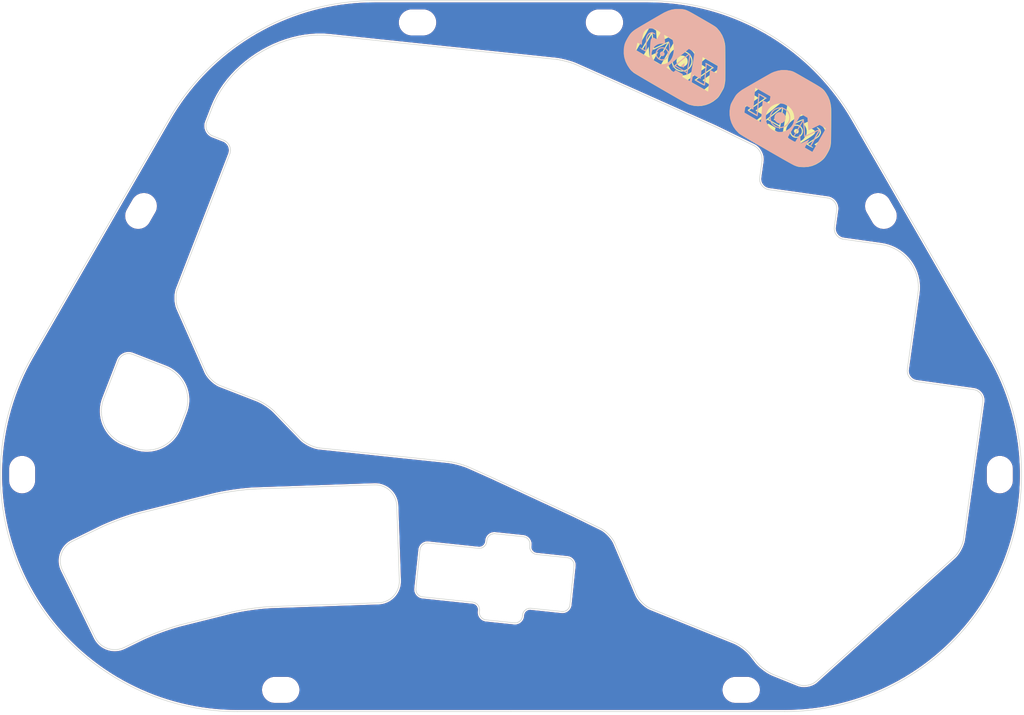
<source format=kicad_pcb>
(kicad_pcb (version 20211014) (generator pcbnew)
  (layers (0 "F.Cu" signal) (31 "B.Cu" signal) (34 "B.Paste" user) (35 "F.Paste" user) (36 "B.SilkS" user "B.Silkscreen") (37 "F.SilkS" user "F.Silkscreen") (38 "B.Mask" user) (39 "F.Mask" user) (44 "Edge.Cuts" user))
  (net 0 "")
  (net 1 "GND")
  (footprint "00_KeyParts:SpacerHole_M2_4mm" (layer "F.Cu") (at 91.81 146.316)
    (fp_text reference "H2" hide)
    (fp_text value "MountingHole" hide)
    (pad "" np_thru_hole oval (at 0 0) (size 6.3 4.2) (drill oval 6.3 4.2) (layers F&B.Cu *.Mask))
  )
  (footprint "00_KeyParts:DummyPad" (layer "F.Cu") (at 135.5844 20.4542)
    (fp_text reference "P1" hide)
    (fp_text value "DummyPad" hide)
    (pad "1" smd circle locked (at 0 0) (size 0.4 0.4) (layers "F.Cu") (net 1 "GND"))
  )
  (footprint "00_KeyParts:SpacerHole_M2_4mm" (layer "F.Cu") (at 202.571 57.936 120)
    (fp_text reference "H5" hide)
    (fp_text value "MountingHole" hide)
    (pad "" np_thru_hole oval (at 0 0 120) (size 6.3 4.2) (drill oval 6.3 4.2) (layers F&B.Cu *.Mask))
  )
  (footprint "00_KeyParts:SpacerHole_M2_4mm" (layer "F.Cu") (at 224.516 106.59 90)
    (fp_text reference "H3" hide)
    (fp_text value "MountingHole" hide)
    (pad "" np_thru_hole oval (at 0 0 90) (size 6.3 4.2) (drill oval 6.3 4.2) (layers F&B.Cu *.Mask))
  )
  (footprint "00_KeyParts:SpacerHole_M2_4mm" (layer "F.Cu") (at 176.79 146.316)
    (fp_text reference "H1" hide)
    (fp_text value "MountingHole" hide)
    (pad "" np_thru_hole oval (at 0 0) (size 6.3 4.2) (drill oval 6.3 4.2) (layers F&B.Cu *.Mask))
  )
  (footprint "00_KeyParts:SpacerHole_M2_4mm" (layer "F.Cu") (at 66.029 57.936 -120)
    (fp_text reference "H6" hide)
    (fp_text value "MountingHole" hide)
    (pad "" np_thru_hole oval (at 0 0 240) (size 6.3 4.2) (drill oval 6.3 4.2) (layers F&B.Cu *.Mask))
  )
  (footprint "00_KeyParts:SpacerHole_M2_4mm" (layer "F.Cu") (at 117.055 23.139)
    (fp_text reference "H8" hide)
    (fp_text value "MountingHole" hide)
    (pad "" np_thru_hole oval (at 0 0) (size 6.3 4.2) (drill oval 6.3 4.2) (layers F&B.Cu *.Mask))
  )
  (footprint "00_KeyParts:mozza62_logo" (layer "F.Cu") (at 175.5 34.5 -30)
    (fp_text reference "G1" hide)
    (fp_text value "LOGO" hide)
  )
  (footprint "00_KeyParts:SpacerHole_M2_4mm" (layer "F.Cu") (at 151.545 23.139)
    (fp_text reference "H7" hide)
    (fp_text value "MountingHole" hide)
    (pad "" np_thru_hole oval (at 0 0) (size 6.3 4.2) (drill oval 6.3 4.2) (layers F&B.Cu *.Mask))
  )
  (footprint "00_KeyParts:SpacerHole_M2_4mm" (layer "F.Cu") (at 44.084 106.59 -90)
    (fp_text reference "H4" hide)
    (fp_text value "MountingHole" hide)
    (pad "" np_thru_hole oval (at 0 0 270) (size 6.3 4.2) (drill oval 6.3 4.2) (layers F&B.Cu *.Mask))
  )
  (footprint "00_KeyParts:DummyPad" (layer "B.Cu") (at 136.5758 20.4216 180)
    (fp_text reference "P2" hide)
    (fp_text value "DummyPad" hide)
    (pad "1" smd circle locked (at 0 0 180) (size 0.4 0.4) (layers "B.Cu") (net 1 "GND"))
  )
  (footprint "00_KeyParts:mozza62_logo" (layer "B.Cu") (at 175.5 34.5 150)
    (fp_text reference "G2" hide)
    (fp_text value "LOGO" hide)
  )
  (gr_line (start 58.847 93.528) (end 58.976 93.019) (layer "Edge.Cuts") (width 0.12))
  (gr_line (start 63.208 84.313) (end 63.358 84.278) (layer "Edge.Cuts") (width 0.12))
  (gr_line (start 122.96 104.204) (end 122.861 104.191) (layer "Edge.Cuts") (width 0.12))
  (gr_line (start 77.999 42.138) (end 78.013 41.981) (layer "Edge.Cuts") (width 0.12))
  (gr_line (start 88.939 93.593) (end 88.834 93.526) (layer "Edge.Cuts") (width 0.12))
  (gr_line (start 78.847 43.871) (end 78.721 43.776) (layer "Edge.Cuts") (width 0.12))
  (gr_line (start 81.552 109.882) (end 81.775 109.844) (layer "Edge.Cuts") (width 0.12))
  (gr_line (start 128.471 132.205999) (end 128.461 132.094) (layer "Edge.Cuts") (width 0.12))
  (gr_line (start 208.273 89.065) (end 208.403 89.15) (layer "Edge.Cuts") (width 0.12))
  (gr_line (start 135.437 133.895999) (end 135.331 133.924) (layer "Edge.Cuts") (width 0.12))
  (gr_line (start 79.097 89.122) (end 79.001 89.029) (layer "Edge.Cuts") (width 0.12))
  (gr_line (start 136.556 118.037) (end 136.67 118.053) (layer "Edge.Cuts") (width 0.12))
  (gr_line (start 124.499 104.524) (end 124.384 104.494) (layer "Edge.Cuts") (width 0.12))
  (gr_line (start 71.743 100.112) (end 71.377 100.461) (layer "Edge.Cuts") (width 0.12))
  (gr_line (start 96.093 100.478) (end 95.997 100.405) (layer "Edge.Cuts") (width 0.12))
  (gr_line (start 89.354 93.868) (end 89.252 93.798) (layer "Edge.Cuts") (width 0.12))
  (gr_line (start 125.831 104.93) (end 125.727 104.894) (layer "Edge.Cuts") (width 0.12))
  (gr_line (start 89.456 93.94) (end 89.354 93.868) (layer "Edge.Cuts") (width 0.12))
  (gr_line (start 61.409 115.156) (end 61.626 115.073) (layer "Edge.Cuts") (width 0.12))
  (gr_line (start 143.878 131.859) (end 143.765 131.860999) (layer "Edge.Cuts") (width 0.12))
  (gr_line (start 59.304 138.432) (end 59.037 138.278) (layer "Edge.Cuts") (width 0.12))
  (gr_line (start 143.765 131.860999) (end 143.65 131.854) (layer "Edge.Cuts") (width 0.12))
  (gr_line (start 99.73 25.478) (end 100.881 25.56) (layer "Edge.Cuts") (width 0.12))
  (gr_line (start 175.998 137.761) (end 175.898 137.709) (layer "Edge.Cuts") (width 0.12))
  (gr_line (start 136.666 131.881) (end 136.609 131.973999) (layer "Edge.Cuts") (width 0.12))
  (gr_line (start 220.556 91.243) (end 220.679 91.337) (layer "Edge.Cuts") (width 0.12))
  (gr_line (start 145.296 30.56) (end 145.404 30.595) (layer "Edge.Cuts") (width 0.12))
  (gr_line (start 179.988 46.582) (end 180.076 46.697) (layer "Edge.Cuts") (width 0.12))
  (gr_line (start 84.525 109.451) (end 84.751 109.425) (layer "Edge.Cuts") (width 0.12))
  (gr_line (start 116.746 127.618) (end 117.384 121.552) (layer "Edge.Cuts") (width 0.12))
  (gr_line (start 208.54 89.225) (end 208.684 89.29) (layer "Edge.Cuts") (width 0.12))
  (gr_line (start 151.871 117.213) (end 151.773 117.131) (layer "Edge.Cuts") (width 0.12))
  (gr_line (start 118.096 119.452) (end 118.187 119.394) (layer "Edge.Cuts") (width 0.12))
  (gr_line (start 145.226 122.075) (end 145.319 122.131) (layer "Edge.Cuts") (width 0.12))
  (gr_line (start 152.063 117.385) (end 151.967 117.298) (layer "Edge.Cuts") (width 0.12))
  (gr_line (start 88.729 93.462) (end 88.624 93.398) (layer "Edge.Cuts") (width 0.12))
  (gr_line (start 82.438 47.296) (end 82.478 47.139) (layer "Edge.Cuts") (width 0.12))
  (gr_line (start 157.756 129.238) (end 157.693 129.134999) (layer "Edge.Cuts") (width 0.12))
  (gr_line (start 79.705 89.633) (end 79.6 89.554) (layer "Edge.Cuts") (width 0.12))
  (gr_line (start 64.019 114.238) (end 64.229 114.171) (layer "Edge.Cuts") (width 0.12))
  (gr_line (start 96.193 100.55) (end 96.093 100.478) (layer "Edge.Cuts") (width 0.12))
  (gr_line (start 189.961 145.168) (end 189.835 145.224) (layer "Edge.Cuts") (width 0.12))
  (gr_line (start 195.209 63.019) (end 195.359 63.072) (layer "Edge.Cuts") (width 0.12))
  (gr_line (start 137.754 131.252999) (end 137.643 131.263) (layer "Edge.Cuts") (width 0.12))
  (gr_line (start 125.727 104.894) (end 125.622 104.858) (layer "Edge.Cuts") (width 0.12))
  (gr_line (start 129.835 118.838) (end 129.846 118.739) (layer "Edge.Cuts") (width 0.12))
  (gr_line (start 83.838 109.535) (end 84.068 109.506) (layer "Edge.Cuts") (width 0.12))
  (gr_line (start 181.687 142.94) (end 181.583 142.874) (layer "Edge.Cuts") (width 0.12))
  (gr_line (start 142.95 29.992) (end 143.052 30.008) (layer "Edge.Cuts") (width 0.12))
  (gr_line (start 190.623 144.734) (end 190.525 144.818) (layer "Edge.Cuts") (width 0.12))
  (gr_line (start 60.336 99.168) (end 60.018 98.778) (layer "Edge.Cuts") (width 0.12))
  (gr_line (start 123.162 104.235) (end 123.06 104.219) (layer "Edge.Cuts") (width 0.12))
  (gr_line (start 65.736999 101.95) (end 65.227999 101.821) (layer "Edge.Cuts") (width 0.12))
  (gr_line (start 193.965 61.369) (end 193.988 61.525) (layer "Edge.Cuts") (width 0.12))
  (gr_line (start 51.183 121.782) (end 51.25 121.482) (layer "Edge.Cuts") (width 0.12))
  (gr_line (start 180.864 142.359) (end 180.765 142.281) (layer "Edge.Cuts") (width 0.12))
  (gr_line (start 176.408 137.994) (end 176.305 137.932) (layer "Edge.Cuts") (width 0.12))
  (gr_line (start 83.449 91.254) (end 80.652 90.169) (layer "Edge.Cuts") (width 0.12))
  (gr_line (start 135.639 133.817) (end 135.54 133.860999) (layer "Edge.Cuts") (width 0.12))
  (gr_line (start 92.809 26.493) (end 93.946 26.156) (layer "Edge.Cuts") (width 0.12))
  (gr_line (start 86.435 29.742) (end 87.426 29.066) (layer "Edge.Cuts") (width 0.12))
  (gr_line (start 217.534 119.545) (end 217.487 119.664) (layer "Edge.Cuts") (width 0.12))
  (gr_line (start 145.512 30.631) (end 145.617 30.667) (layer "Edge.Cuts") (width 0.12))
  (gr_line (start 207.93 88.757) (end 208.036 88.868) (layer "Edge.Cuts") (width 0.12))
  (gr_line (start 80.747 44.671) (end 79.274 44.099) (layer "Edge.Cuts") (width 0.12))
  (gr_line (start 220.289 91.083) (end 220.426 91.158) (layer "Edge.Cuts") (width 0.12))
  (gr_line (start 78.008 42.449) (end 77.997 42.294) (layer "Edge.Cuts") (width 0.12))
  (gr_line (start 209.228 69.982) (end 209.366 70.592) (layer "Edge.Cuts") (width 0.12))
  (gr_line (start 51.25 121.482) (end 51.338 121.188) (layer "Edge.Cuts") (width 0.12))
  (gr_line (start 216.287 121.605) (end 216.208 121.688) (layer "Edge.Cuts") (width 0.12))
  (gr_line (start 72.798 75.862) (end 72.758 75.755) (layer "Edge.Cuts") (width 0.12))
  (gr_line (start 159.492 130.982) (end 159.387 130.912) (layer "Edge.Cuts") (width 0.12))
  (gr_line (start 86.057 109.3) (end 86.263 109.285) (layer "Edge.Cuts") (width 0.12))
  (gr_line (start 52.554 119.421) (end 52.807 119.226) (layer "Edge.Cuts") (width 0.12))
  (gr_line (start 80.692 110.042) (end 80.902 110.001) (layer "Edge.Cuts") (width 0.12))
  (gr_line (start 144.044 30.211) (end 144.159 30.239) (layer "Edge.Cuts") (width 0.12))
  (gr_line (start 157.578 128.926999) (end 157.528 128.824) (layer "Edge.Cuts") (width 0.12))
  (gr_line (start 175.702 137.614) (end 175.606 137.571) (layer "Edge.Cuts") (width 0.12))
  (gr_line (start 194.358 62.367) (end 194.455 62.486) (layer "Edge.Cuts") (width 0.12))
  (gr_line (start 128.112 130.56) (end 128.035 130.484) (layer "Edge.Cuts") (width 0.12))
  (gr_line (start 60.162 138.764) (end 59.868 138.676) (layer "Edge.Cuts") (width 0.12))
  (gr_line (start 188.189 145.514) (end 188.052 145.504) (layer "Edge.Cuts") (width 0.12))
  (gr_line (start 90.125 94.451) (end 90.035 94.378) (layer "Edge.Cuts") (width 0.12))
  (gr_line (start 95.904 100.331) (end 95.815 100.256) (layer "Edge.Cuts") (width 0.12))
  (gr_line (start 144.966 131.231) (end 144.903 131.318999) (layer "Edge.Cuts") (width 0.12))
  (gr_line (start 144.405 131.722) (end 144.306 131.765999) (layer "Edge.Cuts") (width 0.12))
  (gr_line (start 96.296 100.621) (end 96.193 100.55) (layer "Edge.Cuts") (width 0.12))
  (gr_line (start 144.734 30.391) (end 144.848 30.423) (layer "Edge.Cuts") (width 0.12))
  (gr_line (start 87.042 109.238) (end 87.223 109.231) (layer "Edge.Cuts") (width 0.12))
  (gr_line (start 136.406 132.817) (end 136.38 132.926999) (layer "Edge.Cuts") (width 0.12))
  (gr_line (start 110.051 108.55) (end 110.357 108.628) (layer "Edge.Cuts") (width 0.12))
  (gr_line (start 138.021 120.716) (end 138.085 120.802) (layer "Edge.Cuts") (width 0.12))
  (gr_line (start 74.521 94.128) (end 74.391 94.636) (layer "Edge.Cuts") (width 0.12))
  (gr_line (start 96.846 100.955) (end 96.731 100.892) (layer "Edge.Cuts") (width 0.12))
  (gr_line (start 144.848 30.423) (end 144.961 30.457) (layer "Edge.Cuts") (width 0.12))
  (gr_line (start 80.085 110.167) (end 80.283 110.125) (layer "Edge.Cuts") (width 0.12))
  (gr_line (start 180.214 51.741) (end 180.198 51.904) (layer "Edge.Cuts") (width 0.12))
  (gr_line (start 78.985 132.895999) (end 73.467 134.271) (layer "Edge.Cuts") (width 0.12))
  (gr_line (start 216.594 121.238) (end 216.518 121.335) (layer "Edge.Cuts") (width 0.12))
  (gr_line (start 78.079 41.667) (end 78.132 41.512) (layer "Edge.Cuts") (width 0.12))
  (gr_line (start 90.297 94.598) (end 90.212 94.525) (layer "Edge.Cuts") (width 0.12))
  (gr_line (start 81.775 109.844) (end 81.999 109.806) (layer "Edge.Cuts") (width 0.12))
  (gr_line (start 78.605 43.671) (end 78.498 43.559) (layer "Edge.Cuts") (width 0.12))
  (gr_line (start 86.426 131.304) (end 86.195 131.336999) (layer "Edge.Cuts") (width 0.12))
  (gr_line (start 194.561 62.597) (end 194.675 62.7) (layer "Edge.Cuts") (width 0.12))
  (gr_line (start 82.882 32.909999) (end 83.701 32.052999) (layer "Edge.Cuts") (width 0.12))
  (gr_line (start 82.454 109.733) (end 82.683 109.698) (layer "Edge.Cuts") (width 0.12))
  (gr_line (start 128.434 131.114) (end 128.399 131.012) (layer "Edge.Cuts") (width 0.12))
  (gr_line (start 180.293 141.876) (end 180.204 141.793) (layer "Edge.Cuts") (width 0.12))
  (gr_line (start 89.515 130.977) (end 89.313 130.991) (layer "Edge.Cuts") (width 0.12))
  (gr_line (start 220.145 91.018) (end 220.289 91.083) (layer "Edge.Cuts") (width 0.12))
  (gr_line (start 182.2 143.238) (end 182.099 143.184) (layer "Edge.Cuts") (width 0.12))
  (gr_line (start 152.693 118.048) (end 152.609 117.949) (layer "Edge.Cuts") (width 0.12))
  (gr_line (start 189.305 145.402) (end 189.167 145.434) (layer "Edge.Cuts") (width 0.12))
  (gr_line (start 137.04 131.497999) (end 136.954 131.562) (layer "Edge.Cuts") (width 0.12))
  (gr_line (start 144.306 131.765999) (end 144.204 131.800999) (layer "Edge.Cuts") (width 0.12))
  (gr_line (start 187.282 145.323) (end 184.469 144.187) (layer "Edge.Cuts") (width 0.12))
  (gr_line (start 180.57 142.121) (end 180.476 142.039) (layer "Edge.Cuts") (width 0.12))
  (gr_line (start 117.662 129.080999) (end 117.56 129.039999) (layer "Edge.Cuts") (width 0.12))
  (gr_line (start 144.204 131.800999) (end 144.098 131.829) (layer "Edge.Cuts") (width 0.12))
  (gr_line (start 181.894 143.067) (end 181.791 143.005) (layer "Edge.Cuts") (width 0.12))
  (gr_line (start 135.911 133.645) (end 135.825 133.709) (layer "Edge.Cuts") (width 0.12))
  (gr_line (start 145.319 122.131) (end 145.407 122.194) (layer "Edge.Cuts") (width 0.12))
  (gr_line (start 82.385 47.451) (end 82.438 47.296) (layer "Edge.Cuts") (width 0.12))
  (gr_line (start 86.662 109.258) (end 86.854 109.247) (layer "Edge.Cuts") (width 0.12))
  (gr_line (start 128.918 133.05) (end 128.841 132.975) (layer "Edge.Cuts") (width 0.12))
  (gr_line (start 181.305 53.811) (end 181.449 53.875) (layer "Edge.Cuts") (width 0.12))
  (gr_line (start 181.271 142.663) (end 181.168 142.589) (layer "Edge.Cuts") (width 0.12))
  (gr_line (start 83.607 109.566) (end 83.838 109.535) (layer "Edge.Cuts") (width 0.12))
  (gr_line (start 87.901 93.006) (end 87.802 92.959) (layer "Edge.Cuts") (width 0.12))
  (gr_line (start 208.036 88.868) (end 208.15 88.971) (layer "Edge.Cuts") (width 0.12))
  (gr_line (start 98.621 101.625) (end 98.508 101.601) (layer "Edge.Cuts") (width 0.12))
  (gr_line (start 63.376 114.449) (end 63.592 114.377) (layer "Edge.Cuts") (width 0.12))
  (gr_line (start 208.817 68.813) (end 209.045 69.388) (layer "Edge.Cuts") (width 0.12))
  (gr_line (start 179.878 141.464) (end 179.803 141.383) (layer "Edge.Cuts") (width 0.12))
  (gr_line (start 180.765 142.281) (end 180.667 142.201) (layer "Edge.Cuts") (width 0.12))
  (gr_line (start 65.042 113.925) (end 65.236 113.869) (layer "Edge.Cuts") (width 0.12))
  (gr_line (start 221.229 92.068) (end 221.286 92.211) (layer "Edge.Cuts") (width 0.12))
  (gr_line (start 217.437 119.782) (end 217.385 119.901) (layer "Edge.Cuts") (width 0.12))
  (gr_line (start 64.137 84.287) (end 64.294 84.327) (layer "Edge.Cuts") (width 0.12))
  (gr_line (start 152.854 118.25) (end 152.775 118.149) (layer "Edge.Cuts") (width 0.12))
  (gr_line (start 220.679 91.337) (end 220.793 91.44) (layer "Edge.Cuts") (width 0.12))
  (gr_line (start 78.013 41.981) (end 78.04 41.823) (layer "Edge.Cuts") (width 0.12))
  (gr_line (start 145.489 122.264) (end 145.566 122.339) (layer "Edge.Cuts") (width 0.12))
  (gr_line (start 63.061 84.358) (end 63.208 84.313) (layer "Edge.Cuts") (width 0.12))
  (gr_line (start 206.615 65.891) (end 207.073 66.304) (layer "Edge.Cuts") (width 0.12))
  (gr_line (start 62.941 114.598) (end 63.159 114.523) (layer "Edge.Cuts") (width 0.12))
  (gr_line (start 78.027 87.718) (end 77.98 87.616) (layer "Edge.Cuts") (width 0.12))
  (gr_line (start 193.975 60.885) (end 193.958 61.048) (layer "Edge.Cuts") (width 0.12))
  (gr_line (start 79.521 110.295) (end 79.704 110.252) (layer "Edge.Cuts") (width 0.12))
  (gr_line (start 217.579 119.426) (end 217.534 119.545) (layer "Edge.Cuts") (width 0.12))
  (gr_line (start 175.512 137.532) (end 171.058 135.733) (layer "Edge.Cuts") (width 0.12))
  (gr_line (start 112.415 129.201) (end 112.181 129.401) (layer "Edge.Cuts") (width 0.12))
  (gr_line (start 96.961 101.017) (end 96.846 100.955) (layer "Edge.Cuts") (width 0.12))
  (gr_line (start 208.99 89.385) (end 209.152 89.414) (layer "Edge.Cuts") (width 0.12))
  (gr_line (start 109.086 108.468) (end 109.415 108.47) (layer "Edge.Cuts") (width 0.12))
  (gr_line (start 146.205 30.889) (end 146.293 30.926) (layer "Edge.Cuts") (width 0.12))
  (gr_line (start 61.844 114.992) (end 62.063 114.911) (layer "Edge.Cuts") (width 0.12))
  (gr_line (start 180.964 142.437) (end 180.864 142.359) (layer "Edge.Cuts") (width 0.12))
  (gr_line (start 209.483 72.5) (end 209.418 73.153) (layer "Edge.Cuts") (width 0.12))
  (gr_line (start 88.684 131.043) (end 88.468 131.062999) (layer "Edge.Cuts") (width 0.12))
  (gr_line (start 79.001 89.029) (end 78.908 88.933) (layer "Edge.Cuts") (width 0.12))
  (gr_line (start 129.808 119.052) (end 129.824999 118.938) (layer "Edge.Cuts") (width 0.12))
  (gr_line (start 84.068 109.506) (end 84.297 109.478) (layer "Edge.Cuts") (width 0.12))
  (gr_line (start 136.422 132.703) (end 136.406 132.817) (layer "Edge.Cuts") (width 0.12))
  (gr_line (start 158.13 129.753999) (end 158.049 129.651999) (layer "Edge.Cuts") (width 0.12))
  (gr_line (start 137.267 118.322) (end 137.35 118.392) (layer "Edge.Cuts") (width 0.12))
  (gr_arc (start 83.81 150.316) (mid 45.942173 128.453) (end 45.942173 84.727) (layer "Edge.Cuts") (width 0.12))
  (gr_line (start 180.658 48.309) (end 180.659 48.449) (layer "Edge.Cuts") (width 0.12))
  (gr_line (start 66.498999 136.753) (end 66.325 136.833) (layer "Edge.Cuts") (width 0.12))
  (gr_line (start 180.204 141.793) (end 180.119 141.711) (layer "Edge.Cuts") (width 0.12))
  (gr_line (start 67.247 136.422) (end 67.053 136.506) (layer "Edge.Cuts") (width 0.12))
  (gr_line (start 62.089 85.094) (end 62.185 84.969) (layer "Edge.Cuts") (width 0.12))
  (gr_line (start 187.784 145.467) (end 187.653 145.44) (layer "Edge.Cuts") (width 0.12))
  (gr_line (start 72.842 75.966) (end 72.798 75.862) (layer "Edge.Cuts") (width 0.12))
  (gr_line (start 66.679 136.671) (end 66.498999 136.753) (layer "Edge.Cuts") (width 0.12))
  (gr_line (start 66.864 136.589) (end 66.679 136.671) (layer "Edge.Cuts") (width 0.12))
  (gr_line (start 87.802 92.959) (end 87.705 92.914) (layer "Edge.Cuts") (width 0.12))
  (gr_line (start 150.889 116.547) (end 145.784 114.057) (layer "Edge.Cuts") (width 0.12))
  (gr_line (start 70.988 100.778) (end 70.576 101.064) (layer "Edge.Cuts") (width 0.12))
  (gr_line (start 160.015 131.269) (end 159.912 131.22) (layer "Edge.Cuts") (width 0.12))
  (gr_line (start 57.575 136.647) (end 54.55 130.445) (layer "Edge.Cuts") (width 0.12))
  (gr_line (start 88.248 131.085) (end 88.026 131.108) (layer "Edge.Cuts") (width 0.12))
  (gr_line (start 146.379 30.964) (end 154.288 34.485) (layer "Edge.Cuts") (width 0.12))
  (gr_line (start 180.307 52.682) (end 180.364 52.826) (layer "Edge.Cuts") (width 0.12))
  (gr_line (start 151.773 117.131) (end 151.675 117.053) (layer "Edge.Cuts") (width 0.12))
  (gr_line (start 117.665 119.927) (end 117.722 119.834) (layer "Edge.Cuts") (width 0.12))
  (gr_line (start 82.226 109.769) (end 82.454 109.733) (layer "Edge.Cuts") (width 0.12))
  (gr_line (start 130.536 106.993) (end 126.489 105.191) (layer "Edge.Cuts") (width 0.12))
  (gr_line (start 113.323 127.97) (end 113.18 128.244) (layer "Edge.Cuts") (width 0.12))
  (gr_line (start 82.683 109.698) (end 82.913 109.663) (layer "Edge.Cuts") (width 0.12))
  (gr_line (start 72.503 73.462) (end 72.515 73.332) (layer "Edge.Cuts") (width 0.12))
  (gr_line (start 82.943 131.916) (end 82.755 131.959) (layer "Edge.Cuts") (width 0.12))
  (gr_line (start 59.037 138.278) (end 58.782 138.103) (layer "Edge.Cuts") (width 0.12))
  (gr_line (start 66.155 136.913) (end 65.991 136.993) (layer "Edge.Cuts") (width 0.12))
  (gr_line (start 128.183 130.639999) (end 128.112 130.56) (layer "Edge.Cuts") (width 0.12))
  (gr_line (start 177.532 138.798) (end 177.434 138.718) (layer "Edge.Cuts") (width 0.12))
  (gr_line (start 98.038 101.471) (end 97.918 101.431) (layer "Edge.Cuts") (width 0.12))
  (gr_line (start 145.941 123.447) (end 145.565 127.028) (layer "Edge.Cuts") (width 0.12))
  (gr_line (start 181.755 53.97) (end 181.916 54) (layer "Edge.Cuts") (width 0.12))
  (gr_line (start 137.714 118.919) (end 137.75 119.022) (layer "Edge.Cuts") (width 0.12))
  (gr_line (start 129.824999 118.938) (end 129.835 118.838) (layer "Edge.Cuts") (width 0.12))
  (gr_line (start 142.751 29.964) (end 142.85 29.977) (layer "Edge.Cuts") (width 0.12))
  (gr_line (start 87.705 92.914) (end 87.609 92.872) (layer "Edge.Cuts") (width 0.12))
  (gr_line (start 176.305 137.932) (end 176.202 137.872) (layer "Edge.Cuts") (width 0.12))
  (gr_line (start 90.035 94.378) (end 89.943 94.304) (layer "Edge.Cuts") (width 0.12))
  (gr_line (start 102.951 130.495) (end 90.274 130.937999) (layer "Edge.Cuts") (width 0.12))
  (gr_line (start 72.082 99.734) (end 71.743 100.112) (layer "Edge.Cuts") (width 0.12))
  (gr_line (start 51.288 123.637) (end 51.208 123.329) (layer "Edge.Cuts") (width 0.12))
  (gr_line (start 60.98 115.322) (end 61.194 115.238) (layer "Edge.Cuts") (width 0.12))
  (gr_line (start 74.657 92.598) (end 74.653 93.106) (layer "Edge.Cuts") (width 0.12))
  (gr_line (start 58.827 116.235) (end 59.002 116.154) (layer "Edge.Cuts") (width 0.12))
  (gr_line (start 88.31 93.219) (end 88.206 93.162) (layer "Edge.Cuts") (width 0.12))
  (gr_line (start 98.572 25.472) (end 99.73 25.478) (layer "Edge.Cuts") (width 0.12))
  (gr_line (start 118.282 119.343) (end 118.381 119.3) (layer "Edge.Cuts") (width 0.12))
  (gr_line (start 59.733 98.367) (end 59.48 97.936) (layer "Edge.Cuts") (width 0.12))
  (gr_line (start 64.723 101.648) (end 63.325 101.105) (layer "Edge.Cuts") (width 0.12))
  (gr_line (start 128.466 131.866999) (end 128.476 131.767) (layer "Edge.Cuts") (width 0.12))
  (gr_line (start 69.56 135.509) (end 69.341 135.59) (layer "Edge.Cuts") (width 0.12))
  (gr_line (start 205.056 64.873) (end 205.605 65.174) (layer "Edge.Cuts") (width 0.12))
  (gr_line (start 88.45 28.441) (end 89.504 27.869) (layer "Edge.Cuts") (width 0.12))
  (gr_line (start 117.541 120.234) (end 117.575 120.128) (layer "Edge.Cuts") (width 0.12))
  (gr_line (start 58.819 96.058) (end 58.745 95.561) (layer "Edge.Cuts") (width 0.12))
  (gr_line (start 62.003 85.228) (end 62.089 85.094) (layer "Edge.Cuts") (width 0.12))
  (gr_line (start 144.62 30.359) (end 144.734 30.391) (layer "Edge.Cuts") (width 0.12))
  (gr_line (start 82.019 45.404) (end 81.912 45.291) (layer "Edge.Cuts") (width 0.12))
  (gr_line (start 130.131 118.028) (end 130.201 117.945) (layer "Edge.Cuts") (width 0.12))
  (gr_line (start 84.297 109.478) (end 84.525 109.451) (layer "Edge.Cuts") (width 0.12))
  (gr_line (start 116.771 128.066) (end 116.752 127.957) (layer "Edge.Cuts") (width 0.12))
  (gr_line (start 188.052 145.504) (end 187.917 145.488) (layer "Edge.Cuts") (width 0.12))
  (gr_line (start 145.917 123) (end 145.936 123.108) (layer "Edge.Cuts") (width 0.12))
  (gr_line (start 81.394 44.929) (end 81.243 44.863) (layer "Edge.Cuts") (width 0.12))
  (gr_line (start 180.605 47.886) (end 180.63 48.027) (layer "Edge.Cuts") (width 0.12))
  (gr_line (start 113.016 128.505) (end 112.834 128.752999) (layer "Edge.Cuts") (width 0.12))
  (gr_line (start 72.551 74.916) (end 72.533 74.787) (layer "Edge.Cuts") (width 0.12))
  (gr_line (start 194.319 56.834) (end 194.364 56.983) (layer "Edge.Cuts") (width 0.12))
  (gr_line (start 58.312 137.694) (end 58.101 137.46) (layer "Edge.Cuts") (width 0.12))
  (gr_line (start 130.533999 117.675) (end 130.628999 117.625) (layer "Edge.Cuts") (width 0.12))
  (gr_line (start 157.895 129.446) (end 157.824 129.342) (layer "Edge.Cuts") (width 0.12))
  (gr_line (start 138.594 121.196) (end 138.697 121.237) (layer "Edge.Cuts") (width 0.12))
  (gr_line (start 87.576 131.157999) (end 87.348 131.185) (layer "Edge.Cuts") (width 0.12))
  (gr_line (start 136.989 118.154) (end 137.086 118.203) (layer "Edge.Cuts") (width 0.12))
  (gr_line (start 62.063 114.911) (end 62.283 114.831) (layer "Edge.Cuts") (width 0.12))
  (gr_line (start 61.927 85.371) (end 62.003 85.228) (layer "Edge.Cuts") (width 0.12))
  (gr_line (start 112.551 110.241) (end 112.713 110.504) (layer "Edge.Cuts") (width 0.12))
  (gr_line (start 152.344 117.659) (end 152.252 117.566) (layer "Edge.Cuts") (width 0.12))
  (gr_line (start 87.118 131.213) (end 86.888 131.241999) (layer "Edge.Cuts") (width 0.12))
  (gr_line (start 73.291 134.316) (end 73.11 134.364) (layer "Edge.Cuts") (width 0.12))
  (gr_line (start 113.675 126.768) (end 113.623 127.082) (layer "Edge.Cuts") (width 0.12))
  (gr_line (start 144.678 131.55) (end 144.591 131.614) (layer "Edge.Cuts") (width 0.12))
  (gr_line (start 137.802 119.575) (end 137.792 119.675) (layer "Edge.Cuts") (width 0.12))
  (gr_line (start 209.455 71.217) (end 209.494 71.854) (layer "Edge.Cuts") (width 0.12))
  (gr_line (start 96.619 100.826) (end 96.509 100.76) (layer "Edge.Cuts") (width 0.12))
  (gr_line (start 96.731 100.892) (end 96.619 100.826) (layer "Edge.Cuts") (width 0.12))
  (gr_line (start 86.465 109.271) (end 86.662 109.258) (layer "Edge.Cuts") (width 0.12))
  (gr_line (start 78.079 87.82) (end 78.027 87.718) (layer "Edge.Cuts") (width 0.12))
  (gr_line (start 181.791 143.005) (end 181.687 142.94) (layer "Edge.Cuts") (width 0.12))
  (gr_line (start 136.256 133.233) (end 136.2 133.326) (layer "Edge.Cuts") (width 0.12))
  (gr_line (start 89.313 130.991) (end 89.107 131.007) (layer "Edge.Cuts") (width 0.12))
  (gr_line (start 129.888 118.515) (end 129.920999 118.409) (layer "Edge.Cuts") (width 0.12))
  (gr_line (start 145.853 122.791) (end 145.889 122.894) (layer "Edge.Cuts") (width 0.12))
  (gr_line (start 124.615 104.554) (end 124.499 104.524) (layer "Edge.Cuts") (width 0.12))
  (gr_line (start 128.399 131.012) (end 128.354999 130.912) (layer "Edge.Cuts") (width 0.12))
  (gr_line (start 124.269 104.466) (end 124.154 104.438) (layer "Edge.Cuts") (width 0.12))
  (gr_line (start 152.775 118.149) (end 152.693 118.048) (layer "Edge.Cuts") (width 0.12))
  (gr_line (start 180.51 53.097) (end 180.598 53.223) (layer "Edge.Cuts") (width 0.12))
  (gr_line (start 217.151 120.371) (end 217.087 120.486) (layer "Edge.Cuts") (width 0.12))
  (gr_line (start 129.088 133.183) (end 129.001 133.12) (layer "Edge.Cuts") (width 0.12))
  (gr_line (start 137.428 131.311) (end 137.326 131.346) (layer "Edge.Cuts") (width 0.12))
  (gr_line (start 176.616 138.125) (end 176.512 138.059) (layer "Edge.Cuts") (width 0.12))
  (gr_line (start 72.673 98.891) (end 72.393 99.326) (layer "Edge.Cuts") (width 0.12))
  (gr_line (start 72.504 74.525) (end 72.494 74.392) (layer "Edge.Cuts") (width 0.12))
  (gr_line (start 58.715 94.549) (end 58.76 94.039) (layer "Edge.Cuts") (width 0.12))
  (gr_line (start 90.092 130.945) (end 89.905 130.954) (layer "Edge.Cuts") (width 0.12))
  (gr_line (start 72.531 73.204) (end 72.549 73.078) (layer "Edge.Cuts") (width 0.12))
  (gr_line (start 69.233 101.719) (end 68.756 101.867) (layer "Edge.Cuts") (width 0.12))
  (gr_line (start 71.304 134.905) (end 71.089 134.975) (layer "Edge.Cuts") (width 0.12))
  (gr_line (start 109.737 108.498) (end 110.051 108.55) (layer "Edge.Cuts") (width 0.12))
  (gr_line (start 127.355 130.145999) (end 127.241 130.128999) (layer "Edge.Cuts") (width 0.12))
  (gr_line (start 209.152 89.414) (end 210.864 89.655) (layer "Edge.Cuts") (width 0.12))
  (gr_line (start 98.392 101.573) (end 98.275 101.542) (layer "Edge.Cuts") (width 0.12))
  (gr_line (start 51.338 121.188) (end 51.449 120.901) (layer "Edge.Cuts") (width 0.12))
  (gr_line (start 116.741 127.846) (end 116.739 127.733) (layer "Edge.Cuts") (width 0.12))
  (gr_line (start 176.1 137.815) (end 175.998 137.761) (layer "Edge.Cuts") (width 0.12))
  (gr_line (start 136.609 131.973999) (end 136.56 132.071) (layer "Edge.Cuts") (width 0.12))
  (gr_line (start 145.721 30.703) (end 145.822 30.74) (layer "Edge.Cuts") (width 0.12))
  (gr_line (start 180.198 51.904) (end 180.195 52.066) (layer "Edge.Cuts") (width 0.12))
  (gr_line (start 89.504 27.869) (end 90.585 27.352) (layer "Edge.Cuts") (width 0.12))
  (gr_line (start 207.833 88.638) (end 207.93 88.757) (layer "Edge.Cuts") (width 0.12))
  (gr_line (start 187.526 145.407) (end 187.402 145.368) (layer "Edge.Cuts") (width 0.12))
  (gr_line (start 79.892 110.21) (end 80.085 110.167) (layer "Edge.Cuts") (width 0.12))
  (gr_line (start 85.634 109.336) (end 85.847 109.317) (layer "Edge.Cuts") (width 0.12))
  (gr_line (start 79.915 89.779) (end 79.81 89.708) (layer "Edge.Cuts") (width 0.12))
  (gr_line (start 182.593 143.428) (end 182.497 143.385) (layer "Edge.Cuts") (width 0.12))
  (gr_line (start 136.305 133.136) (end 136.256 133.233) (layer "Edge.Cuts") (width 0.12))
  (gr_line (start 61.906 100.464) (end 61.47 100.184) (layer "Edge.Cuts") (width 0.12))
  (gr_line (start 85.482 30.467) (end 86.435 29.742) (layer "Edge.Cuts") (width 0.12))
  (gr_line (start 124.958 104.65) (end 124.844 104.618) (layer "Edge.Cuts") (width 0.12))
  (gr_line (start 78.498 43.559) (end 78.4 43.439) (layer "Edge.Cuts") (width 0.12))
  (gr_line (start 85.505 131.44) (end 85.276 131.476) (layer "Edge.Cuts") (width 0.12))
  (gr_line (start 207.667 88.379) (end 207.745 88.511) (layer "Edge.Cuts") (width 0.12))
  (gr_line (start 129.538999 119.649) (end 129.602 119.561) (layer "Edge.Cuts") (width 0.12))
  (gr_line (start 221.396 92.989) (end 221.38 93.153) (layer "Edge.Cuts") (width 0.12))
  (gr_line (start 51.582 120.624) (end 51.736 120.357) (layer "Edge.Cuts") (width 0.12))
  (gr_line (start 69.341 135.59) (end 69.123 135.672) (layer "Edge.Cuts") (width 0.12))
  (gr_line (start 82.205 45.65) (end 82.117 45.524) (layer "Edge.Cuts") (width 0.12))
  (gr_line (start 182.687 143.467) (end 182.593 143.428) (layer "Edge.Cuts") (width 0.12))
  (gr_line (start 130.628999 117.625) (end 130.728 117.581) (layer "Edge.Cuts") (width 0.12))
  (gr_line (start 72.758 72.271) (end 78.967 56.263) (layer "Edge.Cuts") (width 0.12))
  (gr_line (start 70.998 86.944) (end 71.461 87.191) (layer "Edge.Cuts") (width 0.12))
  (gr_line (start 160.118 131.312999) (end 160.015 131.269) (layer "Edge.Cuts") (width 0.12))
  (gr_line (start 207.45 87.156) (end 207.433 87.319) (layer "Edge.Cuts") (width 0.12))
  (gr_line (start 95.573 100.027) (end 93.72 98.109) (layer "Edge.Cuts") (width 0.12))
  (gr_line (start 178.396 139.616) (end 178.321 139.535) (layer "Edge.Cuts") (width 0.12))
  (gr_line (start 78.559 88.538) (end 78.479 88.436) (layer "Edge.Cuts") (width 0.12))
  (gr_line (start 97.079 101.077) (end 96.961 101.017) (layer "Edge.Cuts") (width 0.12))
  (gr_line (start 68.906 135.754) (end 68.691 135.836) (layer "Edge.Cuts") (width 0.12))
  (gr_line (start 157.528 128.824) (end 157.482 128.722) (layer "Edge.Cuts") (width 0.12))
  (gr_line (start 72.305 87.783) (end 72.683 88.122) (layer "Edge.Cuts") (width 0.12))
  (gr_line (start 172.052 42.422) (end 179.119 45.869) (layer "Edge.Cuts") (width 0.12))
  (gr_line (start 64.843 113.983) (end 65.042 113.925) (layer "Edge.Cuts") (width 0.12))
  (gr_line (start 188.467 145.518) (end 188.328 145.519) (layer "Edge.Cuts") (width 0.12))
  (gr_line (start 136.798 131.71) (end 136.729 131.793) (layer "Edge.Cuts") (width 0.12))
  (gr_line (start 129.963 118.306) (end 130.012 118.209) (layer "Edge.Cuts") (width 0.12))
  (gr_line (start 129.749 119.268) (end 129.782999 119.162) (layer "Edge.Cuts") (width 0.12))
  (gr_line (start 190.422 144.896) (end 190.313 144.971) (layer "Edge.Cuts") (width 0.12))
  (gr_line (start 124.655 129.857) (end 117.992 129.157) (layer "Edge.Cuts") (width 0.12))
  (gr_line (start 194.364 56.983) (end 194.399 57.135) (layer "Edge.Cuts") (width 0.12))
  (gr_line (start 180.374 47.2) (end 180.434 47.333) (layer "Edge.Cuts") (width 0.12))
  (gr_line (start 76.622 111.017) (end 79.345 110.339) (layer "Edge.Cuts") (width 0.12))
  (gr_line (start 90.534 94.816) (end 90.458 94.744) (layer "Edge.Cuts") (width 0.12))
  (gr_line (start 221.084 91.797) (end 221.162 91.929) (layer "Edge.Cuts") (width 0.12))
  (gr_line (start 87.348 131.185) (end 87.118 131.213) (layer "Edge.Cuts") (width 0.12))
  (gr_line (start 78.479 88.436) (end 78.403 88.334) (layer "Edge.Cuts") (width 0.12))
  (gr_line (start 83.144 109.63) (end 83.376 109.597) (layer "Edge.Cuts") (width 0.12))
  (gr_line (start 145.566 122.339) (end 145.637 122.42) (layer "Edge.Cuts") (width 0.12))
  (gr_arc (start 222.658 84.727) (mid 222.657913 128.45315) (end 184.789913 150.31615) (layer "Edge.Cuts") (width 0.12))
  (gr_line (start 58.71 95.058) (end 58.715 94.549) (layer "Edge.Cuts") (width 0.12))
  (gr_line (start 189.835 145.224) (end 189.707 145.276) (layer "Edge.Cuts") (width 0.12))
  (gr_line (start 53.078 119.051) (end 53.367 118.895) (layer "Edge.Cuts") (width 0.12))
  (gr_line (start 117.879 129.139999) (end 117.768 129.115) (layer "Edge.Cuts") (width 0.12))
  (gr_line (start 113.623 127.082) (end 113.545 127.388) (layer "Edge.Cuts") (width 0.12))
  (gr_line (start 158.773 130.426999) (end 158.674 130.336) (layer "Edge.Cuts") (width 0.12))
  (gr_line (start 113.433 26.88) (end 142.563 29.941) (layer "Edge.Cuts") (width 0.12))
  (gr_line (start 78.403 88.334) (end 78.33 88.231) (layer "Edge.Cuts") (width 0.12))
  (gr_line (start 128.459 131.981) (end 128.466 131.866999) (layer "Edge.Cuts") (width 0.12))
  (gr_line (start 84.751 109.425) (end 84.975 109.401) (layer "Edge.Cuts") (width 0.12))
  (gr_line (start 117.768 129.115) (end 117.662 129.080999) (layer "Edge.Cuts") (width 0.12))
  (gr_line (start 72.597 75.169) (end 72.573 75.044) (layer "Edge.Cuts") (width 0.12))
  (gr_line (start 81.796 45.187) (end 81.67 45.091) (layer "Edge.Cuts") (width 0.12))
  (gr_line (start 128.514 120.189) (end 128.625 120.179) (layer "Edge.Cuts") (width 0.12))
  (gr_line (start 68.691 135.836) (end 68.477 135.92) (layer "Edge.Cuts") (width 0.12))
  (gr_line (start 180.364 52.826) (end 180.432 52.964) (layer "Edge.Cuts") (width 0.12))
  (gr_line (start 118.484 119.264) (end 118.59 119.237) (layer "Edge.Cuts") (width 0.12))
  (gr_line (start 70.509 86.731) (end 70.998 86.944) (layer "Edge.Cuts") (width 0.12))
  (gr_line (start 177.628 138.878) (end 177.532 138.798) (layer "Edge.Cuts") (width 0.12))
  (gr_line (start 62.317 138.726) (end 62.009 138.806) (layer "Edge.Cuts") (width 0.12))
  (gr_line (start 72.517 74.657) (end 72.504 74.525) (layer "Edge.Cuts") (width 0.12))
  (gr_line (start 89.107 131.007) (end 88.898 131.024) (layer "Edge.Cuts") (width 0.12))
  (gr_line (start 137.774 119.889) (end 137.776 120.002) (layer "Edge.Cuts") (width 0.12))
  (gr_line (start 61.076 138.893) (end 60.767 138.874) (layer "Edge.Cuts") (width 0.12))
  (gr_line (start 89.557 94.012) (end 89.456 93.94) (layer "Edge.Cuts") (width 0.12))
  (gr_line (start 84.825 131.550999) (end 84.603 131.589) (layer "Edge.Cuts") (width 0.12))
  (gr_line (start 145.147 130.832) (end 145.113 130.937999) (layer "Edge.Cuts") (width 0.12))
  (gr_line (start 179.119 45.869) (end 179.241 45.933) (layer "Edge.Cuts") (width 0.12))
  (gr_line (start 187.653 145.44) (end 187.526 145.407) (layer "Edge.Cuts") (width 0.12))
  (gr_line (start 63.159 114.523) (end 63.376 114.449) (layer "Edge.Cuts") (width 0.12))
  (gr_line (start 178.164 139.37) (end 178.08 139.288) (layer "Edge.Cuts") (width 0.12))
  (gr_line (start 144.834 131.401999) (end 144.758 131.479) (layer "Edge.Cuts") (width 0.12))
  (gr_line (start 126.129 105.041) (end 126.032 105.004) (layer "Edge.Cuts") (width 0.12))
  (gr_line (start 122.861 104.191) (end 122.766 104.179) (layer "Edge.Cuts") (width 0.12))
  (gr_line (start 128.487 131.668) (end 128.494 131.553) (layer "Edge.Cuts") (width 0.12))
  (gr_line (start 151.477 116.904) (end 151.378 116.835) (layer "Edge.Cuts") (width 0.12))
  (gr_line (start 143.703 30.133) (end 143.816 30.158) (layer "Edge.Cuts") (width 0.12))
  (gr_line (start 125.295 104.752) (end 125.184 104.717) (layer "Edge.Cuts") (width 0.12))
  (gr_line (start 179.694 46.266) (end 179.797 46.366) (layer "Edge.Cuts") (width 0.12))
  (gr_line (start 130.937 117.518) (end 131.045999 117.498) (layer "Edge.Cuts") (width 0.12))
  (gr_line (start 90.212 94.525) (end 90.125 94.451) (layer "Edge.Cuts") (width 0.12))
  (gr_line (start 55.974 117.624) (end 58.494 116.394) (layer "Edge.Cuts") (width 0.12))
  (gr_line (start 144.809 121.925) (end 144.919 121.951) (layer "Edge.Cuts") (width 0.12))
  (gr_line (start 195.065 62.955) (end 195.209 63.019) (layer "Edge.Cuts") (width 0.12))
  (gr_line (start 157.633 129.031) (end 157.578 128.926999) (layer "Edge.Cuts") (width 0.12))
  (gr_line (start 195.359 63.072) (end 195.515 63.114) (layer "Edge.Cuts") (width 0.12))
  (gr_line (start 58.658 116.315) (end 58.827 116.235) (layer "Edge.Cuts") (width 0.12))
  (gr_line (start 130.830999 117.546) (end 130.937 117.518) (layer "Edge.Cuts") (width 0.12))
  (gr_line (start 70.438 135.196) (end 70.219 135.273) (layer "Edge.Cuts") (width 0.12))
  (gr_line (start 208.15 88.971) (end 208.273 89.065) (layer "Edge.Cuts") (width 0.12))
  (gr_line (start 217.724 118.961) (end 217.693 119.076) (layer "Edge.Cuts") (width 0.12))
  (gr_line (start 208.235 67.73) (end 208.547 68.26) (layer "Edge.Cuts") (width 0.12))
  (gr_line (start 83.701 32.052999) (end 84.569 31.238) (layer "Edge.Cuts") (width 0.12))
  (gr_line (start 74.106 90.168) (end 74.29 90.632) (layer "Edge.Cuts") (width 0.12))
  (gr_line (start 85.198 109.378) (end 85.417 109.356) (layer "Edge.Cuts") (width 0.12))
  (gr_line (start 219.839 90.923) (end 219.995 90.965) (layer "Edge.Cuts") (width 0.12))
  (gr_line (start 61.47 100.184) (end 61.063 99.873) (layer "Edge.Cuts") (width 0.12))
  (gr_line (start 67.267 102.087) (end 66.757999 102.082) (layer "Edge.Cuts") (width 0.12))
  (gr_line (start 117.384 121.552) (end 117.499 120.458) (layer "Edge.Cuts") (width 0.12))
  (gr_line (start 137.781 119.774) (end 137.774 119.889) (layer "Edge.Cuts") (width 0.12))
  (gr_line (start 145.128 122.026) (end 145.226 122.075) (layer "Edge.Cuts") (width 0.12))
  (gr_line (start 62.521 84.648) (end 62.648 84.56) (layer "Edge.Cuts") (width 0.12))
  (gr_line (start 138.156 120.882) (end 138.233 120.958) (layer "Edge.Cuts") (width 0.12))
  (gr_line (start 127.241 130.128999) (end 124.655 129.857) (layer "Edge.Cuts") (width 0.12))
  (gr_line (start 112.181 129.401) (end 111.932 129.582) (layer "Edge.Cuts") (width 0.12))
  (gr_line (start 154.288 34.485) (end 172.052 42.422) (layer "Edge.Cuts") (width 0.12))
  (gr_line (start 179.803 141.383) (end 179.732 141.302) (layer "Edge.Cuts") (width 0.12))
  (gr_line (start 128.286 120.184) (end 128.401 120.191) (layer "Edge.Cuts") (width 0.12))
  (gr_line (start 129.001 133.12) (end 128.918 133.05) (layer "Edge.Cuts") (width 0.12))
  (gr_line (start 126.403 105.153) (end 126.315 105.116) (layer "Edge.Cuts") (width 0.12))
  (gr_line (start 159.179 130.763) (end 159.076 130.683) (layer "Edge.Cuts") (width 0.12))
  (gr_line (start 88.002 93.056) (end 87.901 93.006) (layer "Edge.Cuts") (width 0.12))
  (gr_line (start 217.693 119.076) (end 217.658 119.192) (layer "Edge.Cuts") (width 0.12))
  (gr_line (start 158.214 129.854999) (end 158.13 129.753999) (layer "Edge.Cuts") (width 0.12))
  (gr_line (start 209.014 76.025) (end 207.45 87.156) (layer "Edge.Cuts") (width 0.12))
  (gr_line (start 130.201 117.945) (end 130.276 117.868) (layer "Edge.Cuts") (width 0.12))
  (gr_line (start 74.622 92.094) (end 74.657 92.598) (layer "Edge.Cuts") (width 0.12))
  (gr_line (start 137.534 131.282999) (end 137.428 131.311) (layer "Edge.Cuts") (width 0.12))
  (gr_line (start 128.461 132.094) (end 128.459 131.981) (layer "Edge.Cuts") (width 0.12))
  (gr_line (start 193.027 55.588) (end 193.177 55.641) (layer "Edge.Cuts") (width 0.12))
  (gr_line (start 131.045999 117.498) (end 131.157 117.488) (layer "Edge.Cuts") (width 0.12))
  (gr_line (start 98.733 101.645) (end 98.621 101.625) (layer "Edge.Cuts") (width 0.12))
  (gr_line (start 181.479 142.805) (end 181.375 142.735) (layer "Edge.Cuts") (width 0.12))
  (gr_line (start 136.38 132.926999) (end 136.347 133.032999) (layer "Edge.Cuts") (width 0.12))
  (gr_line (start 194.068 61.826) (end 194.125 61.97) (layer "Edge.Cuts") (width 0.12))
  (gr_line (start 63.325 101.105) (end 62.858 100.925) (layer "Edge.Cuts") (width 0.12))
  (gr_line (start 87.426 29.066) (end 88.45 28.441) (layer "Edge.Cuts") (width 0.12))
  (gr_line (start 177.723 138.96) (end 177.628 138.878) (layer "Edge.Cuts") (width 0.12))
  (gr_line (start 97.677 101.342) (end 97.556 101.294) (layer "Edge.Cuts") (width 0.12))
  (gr_line (start 210.035 62.864) (end 222.658 84.727) (layer "Edge.Cuts") (width 0.12))
  (gr_line (start 72.533 74.787) (end 72.517 74.657) (layer "Edge.Cuts") (width 0.12))
  (gr_line (start 180.195 52.066) (end 180.205 52.225) (layer "Edge.Cuts") (width 0.12))
  (gr_line (start 86.263 109.285) (end 86.465 109.271) (layer "Edge.Cuts") (width 0.12))
  (gr_line (start 144.501 131.672) (end 144.405 131.722) (layer "Edge.Cuts") (width 0.12))
  (gr_line (start 51.121 122.396) (end 51.14 122.087) (layer "Edge.Cuts") (width 0.12))
  (gr_line (start 71.377 100.461) (end 70.988 100.778) (layer "Edge.Cuts") (width 0.12))
  (gr_line (start 220.141 101.966) (end 217.814 118.521) (layer "Edge.Cuts") (width 0.12))
  (gr_line (start 79.497 89.473) (end 79.395 89.389) (layer "Edge.Cuts") (width 0.12))
  (gr_line (start 117.369 128.934) (end 117.281 128.871) (layer "Edge.Cuts") (width 0.12))
  (gr_line (start 128.494 131.553) (end 128.491999 131.44) (layer "Edge.Cuts") (width 0.12))
  (gr_line (start 152.434 117.754) (end 152.344 117.659) (layer "Edge.Cuts") (width 0.12))
  (gr_line (start 137.776 120.002) (end 137.786 120.113) (layer "Edge.Cuts") (width 0.12))
  (gr_line (start 97.798 101.388) (end 97.677 101.342) (layer "Edge.Cuts") (width 0.12))
  (gr_line (start 59.868 138.676) (end 59.581 138.565) (layer "Edge.Cuts") (width 0.12))
  (gr_line (start 80.548 90.127) (end 80.444 90.08) (layer "Edge.Cuts") (width 0.12))
  (gr_line (start 63.666 84.245) (end 63.823 84.247) (layer "Edge.Cuts") (width 0.12))
  (gr_line (start 127.465 130.170999) (end 127.355 130.145999) (layer "Edge.Cuts") (width 0.12))
  (gr_line (start 128.734 120.159) (end 128.84 120.131) (layer "Edge.Cuts") (width 0.12))
  (gr_line (start 207.43 87.48) (end 207.44 87.64) (layer "Edge.Cuts") (width 0.12))
  (gr_line (start 189.707 145.276) (end 189.575 145.323) (layer "Edge.Cuts") (width 0.12))
  (gr_line (start 129.598 133.389) (end 129.488 133.363) (layer "Edge.Cuts") (width 0.12))
  (gr_line (start 79.294 89.302) (end 79.195 89.213) (layer "Edge.Cuts") (width 0.12))
  (gr_line (start 180.915 53.556) (end 181.037 53.651) (layer "Edge.Cuts") (width 0.12))
  (gr_line (start 144.695 121.909) (end 144.809 121.925) (layer "Edge.Cuts") (width 0.12))
  (gr_line (start 58.976 93.019) (end 59.149 92.514) (layer "Edge.Cuts") (width 0.12))
  (gr_line (start 217.62 119.309) (end 217.579 119.426) (layer "Edge.Cuts") (width 0.12))
  (gr_line (start 88.206 93.162) (end 88.103 93.108) (layer "Edge.Cuts") (width 0.12))
  (gr_line (start 194.022 61.677) (end 194.068 61.826) (layer "Edge.Cuts") (width 0.12))
  (gr_line (start 72.684 72.485) (end 72.719 72.376) (layer "Edge.Cuts") (width 0.12))
  (gr_arc (start 71.188 41.002) (mid 87.192216 24.997453) (end 109.054547 19.139216) (layer "Edge.Cuts") (width 0.12))
  (gr_line (start 180.434 47.333) (end 180.487 47.469) (layer "Edge.Cuts") (width 0.12))
  (gr_line (start 221.286 92.211) (end 221.332 92.36) (layer "Edge.Cuts") (width 0.12))
  (gr_line (start 72.393 99.326) (end 72.082 99.734) (layer "Edge.Cuts") (width 0.12))
  (gr_line (start 207.543 88.097) (end 207.6 88.241) (layer "Edge.Cuts") (width 0.12))
  (gr_line (start 145.022 131.138) (end 144.966 131.231) (layer "Edge.Cuts") (width 0.12))
  (gr_line (start 64.631 137.656) (end 62.924 138.489) (layer "Edge.Cuts") (width 0.12))
  (gr_line (start 78.312 43.312) (end 78.234 43.18) (layer "Edge.Cuts") (width 0.12))
  (gr_line (start 72.494 74.392) (end 72.487 74.259) (layer "Edge.Cuts") (width 0.12))
  (gr_line (start 179.587 46.173) (end 179.694 46.266) (layer "Edge.Cuts") (width 0.12))
  (gr_line (start 69.999 135.351) (end 69.78 135.429) (layer "Edge.Cuts") (width 0.12))
  (gr_line (start 216.518 121.335) (end 216.442 121.429) (layer "Edge.Cuts") (width 0.12))
  (gr_line (start 65.794 113.718) (end 65.97 113.673) (layer "Edge.Cuts") (width 0.12))
  (gr_line (start 72.653 75.412) (end 72.623 75.292) (layer "Edge.Cuts") (width 0.12))
  (gr_line (start 57.731 136.936) (end 57.575 136.647) (layer "Edge.Cuts") (width 0.12))
  (gr_line (start 80.127 89.912) (end 80.021 89.847) (layer "Edge.Cuts") (width 0.12))
  (gr_line (start 137.777 119.128) (end 137.797 119.236) (layer "Edge.Cuts") (width 0.12))
  (gr_line (start 145.072 131.039999) (end 145.022 131.138) (layer "Edge.Cuts") (width 0.12))
  (gr_line (start 127.952 130.414999) (end 127.864 130.352) (layer "Edge.Cuts") (width 0.12))
  (gr_line (start 144.274 30.267) (end 144.389 30.297) (layer "Edge.Cuts") (width 0.12))
  (gr_line (start 175.606 137.571) (end 175.512 137.532) (layer "Edge.Cuts") (width 0.12))
  (gr_line (start 181.997 143.127) (end 181.894 143.067) (layer "Edge.Cuts") (width 0.12))
  (gr_line (start 81.999 109.806) (end 82.226 109.769) (layer "Edge.Cuts") (width 0.12))
  (gr_line (start 194.431 57.451) (end 194.428 57.612) (layer "Edge.Cuts") (width 0.12))
  (gr_line (start 136.443 132.503999) (end 136.433 132.604) (layer "Edge.Cuts") (width 0.12))
  (gr_line (start 58.93 96.546) (end 58.819 96.058) (layer "Edge.Cuts") (width 0.12))
  (gr_line (start 66.248 102.037) (end 65.736999 101.95) (layer "Edge.Cuts") (width 0.12))
  (gr_line (start 90.677 94.958) (end 90.607 94.887) (layer "Edge.Cuts") (width 0.12))
  (gr_line (start 130.012 118.209) (end 130.068 118.116) (layer "Edge.Cuts") (width 0.12))
  (gr_line (start 128.554 132.523) (end 128.518 132.419999) (layer "Edge.Cuts") (width 0.12))
  (gr_line (start 210.864 89.655) (end 219.677 90.894) (layer "Edge.Cuts") (width 0.12))
  (gr_line (start 82.117 45.524) (end 82.019 45.404) (layer "Edge.Cuts") (width 0.12))
  (gr_line (start 216.05 121.84) (end 211.441 125.99) (layer "Edge.Cuts") (width 0.12))
  (gr_line (start 207.44 87.64) (end 207.463 87.796) (layer "Edge.Cuts") (width 0.12))
  (gr_line (start 110.653 108.728) (end 110.939 108.85) (layer "Edge.Cuts") (width 0.12))
  (gr_line (start 216.814 120.93) (end 216.742 121.035) (layer "Edge.Cuts") (width 0.12))
  (gr_line (start 97.197 101.134) (end 97.079 101.077) (layer "Edge.Cuts") (width 0.12))
  (gr_line (start 146.113 30.852) (end 146.205 30.889) (layer "Edge.Cuts") (width 0.12))
  (gr_line (start 79.345 110.339) (end 79.521 110.295) (layer "Edge.Cuts") (width 0.12))
  (gr_line (start 84.603 131.589) (end 84.383 131.627999) (layer "Edge.Cuts") (width 0.12))
  (gr_line (start 126.489 105.191) (end 126.403 105.153) (layer "Edge.Cuts") (width 0.12))
  (gr_line (start 111.104 130.007) (end 110.804 130.104999) (layer "Edge.Cuts") (width 0.12))
  (gr_line (start 137.963 120.625) (end 138.021 120.716) (layer "Edge.Cuts") (width 0.12))
  (gr_line (start 157.97 129.549) (end 157.895 129.446) (layer "Edge.Cuts") (width 0.12))
  (gr_line (start 111.954 109.54) (end 112.17 109.758) (layer "Edge.Cuts") (width 0.12))
  (gr_line (start 113.149 111.679) (end 113.199 111.998) (layer "Edge.Cuts") (width 0.12))
  (gr_line (start 89.656 94.084) (end 89.557 94.012) (layer "Edge.Cuts") (width 0.12))
  (gr_line (start 85.276 131.476) (end 85.05 131.513) (layer "Edge.Cuts") (width 0.12))
  (gr_line (start 117.499 120.458) (end 117.516 120.344) (layer "Edge.Cuts") (width 0.12))
  (gr_line (start 128.648 132.717) (end 128.598 132.622) (layer "Edge.Cuts") (width 0.12))
  (gr_line (start 72.719 72.376) (end 72.758 72.271) (layer "Edge.Cuts") (width 0.12))
  (gr_line (start 206.125 65.513999) (end 206.615 65.891) (layer "Edge.Cuts") (width 0.12))
  (gr_line (start 116.799 128.172) (end 116.771 128.066) (layer "Edge.Cuts") (width 0.12))
  (gr_line (start 145.81 122.692) (end 145.853 122.791) (layer "Edge.Cuts") (width 0.12))
  (gr_line (start 143.592 30.109) (end 143.703 30.133) (layer "Edge.Cuts") (width 0.12))
  (gr_line (start 45.942173 84.727) (end 45.943 84.727) (layer "Edge.Cuts") (width 0.003048))
  (gr_line (start 82.52 46.669) (end 82.509 46.514) (layer "Edge.Cuts") (width 0.12))
  (gr_line (start 221.332 92.36) (end 221.367 92.512) (layer "Edge.Cuts") (width 0.12))
  (gr_line (start 62.402 84.745) (end 62.521 84.648) (layer "Edge.Cuts") (width 0.12))
  (gr_line (start 83.536 131.789999) (end 83.334 131.832) (layer "Edge.Cuts") (width 0.12))
  (gr_line (start 123.926 104.385) (end 123.813 104.36) (layer "Edge.Cuts") (width 0.12))
  (gr_line (start 98.157 101.508) (end 98.038 101.471) (layer "Edge.Cuts") (width 0.12))
  (gr_line (start 221.38 93.153) (end 220.141 101.966) (layer "Edge.Cuts") (width 0.12))
  (gr_line (start 79.182 38.805) (end 79.635 37.744) (layer "Edge.Cuts") (width 0.12))
  (gr_line (start 137.67 118.82) (end 137.714 118.919) (layer "Edge.Cuts") (width 0.12))
  (gr_line (start 181.583 142.874) (end 181.479 142.805) (layer "Edge.Cuts") (width 0.12))
  (gr_line (start 80.159 36.711) (end 80.749 35.709) (layer "Edge.Cuts") (width 0.12))
  (gr_line (start 72.139 134.642) (end 71.934 134.704) (layer "Edge.Cuts") (width 0.12))
  (gr_line (start 74.391 94.636) (end 74.219 95.141) (layer "Edge.Cuts") (width 0.12))
  (gr_line (start 79.6 89.554) (end 79.497 89.473) (layer "Edge.Cuts") (width 0.12))
  (gr_line (start 137.806 120.222) (end 137.834 120.328) (layer "Edge.Cuts") (width 0.12))
  (gr_line (start 137.869 120.43) (end 137.913 120.53) (layer "Edge.Cuts") (width 0.12))
  (gr_line (start 59.078 97.024) (end 58.93 96.546) (layer "Edge.Cuts") (width 0.12))
  (gr_line (start 153.075 118.556) (end 153.005 118.454) (layer "Edge.Cuts") (width 0.12))
  (gr_line (start 153.005 118.454) (end 152.931 118.352) (layer "Edge.Cuts") (width 0.12))
  (gr_line (start 204.48 64.614999) (end 205.056 64.873) (layer "Edge.Cuts") (width 0.12))
  (gr_line (start 158.049 129.651999) (end 157.97 129.549) (layer "Edge.Cuts") (width 0.12))
  (gr_line (start 135.734 133.767) (end 135.639 133.817) (layer "Edge.Cuts") (width 0.12))
  (gr_line (start 150.986 116.596) (end 150.889 116.547) (layer "Edge.Cuts") (width 0.12))
  (gr_line (start 63.358 84.278) (end 63.511 84.256) (layer "Edge.Cuts") (width 0.12))
  (gr_line (start 62.009 138.806) (end 61.698 138.86) (layer "Edge.Cuts") (width 0.12))
  (gr_line (start 128.841 132.975) (end 128.77 132.894) (layer "Edge.Cuts") (width 0.12))
  (gr_line (start 72.685 75.53) (end 72.653 75.412) (layer "Edge.Cuts") (width 0.12))
  (gr_line (start 180.432 52.964) (end 180.51 53.097) (layer "Edge.Cuts") (width 0.12))
  (gr_line (start 122.766 104.179) (end 122.673 104.168) (layer "Edge.Cuts") (width 0.12))
  (gr_line (start 184.789913 150.31615) (end 184.79 150.316) (layer "Edge.Cuts") (width 0.003048))
  (gr_line (start 216.742 121.035) (end 216.669 121.138) (layer "Edge.Cuts") (width 0.12))
  (gr_line (start 70.656 135.121) (end 70.438 135.196) (layer "Edge.Cuts") (width 0.12))
  (gr_line (start 140.568 131.53) (end 137.982 131.258) (layer "Edge.Cuts") (width 0.12))
  (gr_line (start 84.166 131.668) (end 83.953 131.708) (layer "Edge.Cuts") (width 0.12))
  (gr_line (start 82.452 46.21) (end 82.406 46.064) (layer "Edge.Cuts") (width 0.12))
  (gr_line (start 180.476 142.039) (end 180.383 141.958) (layer "Edge.Cuts") (width 0.12))
  (gr_line (start 110.804 130.104999) (end 110.494 130.18) (layer "Edge.Cuts") (width 0.12))
  (gr_line (start 88.519 93.337) (end 88.414 93.277) (layer "Edge.Cuts") (width 0.12))
  (gr_line (start 97.918 101.431) (end 97.798 101.388) (layer "Edge.Cuts") (width 0.12))
  (gr_line (start 128.401 120.191) (end 128.514 120.189) (layer "Edge.Cuts") (width 0.12))
  (gr_line (start 61.063 99.873) (end 60.684 99.533) (layer "Edge.Cuts") (width 0.12))
  (gr_line (start 85.847 109.317) (end 86.057 109.3) (layer "Edge.Cuts") (width 0.12))
  (gr_line (start 88.624 93.398) (end 88.519 93.337) (layer "Edge.Cuts") (width 0.12))
  (gr_line (start 110.494 130.18) (end 110.175 130.229999) (layer "Edge.Cuts") (width 0.12))
  (gr_line (start 188.608 145.512) (end 188.467 145.518) (layer "Edge.Cuts") (width 0.12))
  (gr_line (start 95.649 100.104) (end 95.573 100.027) (layer "Edge.Cuts") (width 0.12))
  (gr_line (start 129.920999 118.409) (end 129.963 118.306) (layer "Edge.Cuts") (width 0.12))
  (gr_line (start 136.485 132.28) (end 136.46 132.389999) (layer "Edge.Cuts") (width 0.12))
  (gr_line (start 88.414 93.277) (end 88.31 93.219) (layer "Edge.Cuts") (width 0.12))
  (gr_line (start 143.65 131.854) (end 140.568 131.53) (layer "Edge.Cuts") (width 0.12))
  (gr_line (start 68.268 101.978) (end 67.77 102.052) (layer "Edge.Cuts") (width 0.12))
  (gr_line (start 113.199 111.998) (end 113.224 112.326) (layer "Edge.Cuts") (width 0.12))
  (gr_line (start 128.491999 131.44) (end 128.482 131.329) (layer "Edge.Cuts") (width 0.12))
  (gr_line (start 78.908 88.933) (end 78.816 88.836) (layer "Edge.Cuts") (width 0.12))
  (gr_line (start 59.182 116.073) (end 59.367 115.99) (layer "Edge.Cuts") (width 0.12))
  (gr_line (start 128.84 120.131) (end 128.942 120.096) (layer "Edge.Cuts") (width 0.12))
  (gr_line (start 65.236 113.869) (end 65.427 113.816) (layer "Edge.Cuts") (width 0.12))
  (gr_line (start 137.75 119.022) (end 137.777 119.128) (layer "Edge.Cuts") (width 0.12))
  (gr_line (start 89.148 93.728) (end 89.044 93.66) (layer "Edge.Cuts") (width 0.12))
  (gr_line (start 179.665 141.221) (end 179.601 141.142) (layer "Edge.Cuts") (width 0.12))
  (gr_line (start 180.076 46.697) (end 180.159 46.817) (layer "Edge.Cuts") (width 0.12))
  (gr_line (start 58.76 94.039) (end 58.847 93.528) (layer "Edge.Cuts") (width 0.12))
  (gr_line (start 177.031 138.41) (end 176.928 138.336) (layer "Edge.Cuts") (width 0.12))
  (gr_line (start 117.462 128.991) (end 117.369 128.934) (layer "Edge.Cuts") (width 0.12))
  (gr_line (start 79.704 110.252) (end 79.892 110.21) (layer "Edge.Cuts") (width 0.12))
  (gr_line (start 181.375 142.735) (end 181.271 142.663) (layer "Edge.Cuts") (width 0.12))
  (gr_line (start 136.78 118.079) (end 136.886 118.112) (layer "Edge.Cuts") (width 0.12))
  (gr_line (start 117.198 128.801999) (end 117.121 128.727) (layer "Edge.Cuts") (width 0.12))
  (gr_line (start 159.387 130.912) (end 159.283 130.839) (layer "Edge.Cuts") (width 0.12))
  (gr_line (start 180.667 142.201) (end 180.57 142.121) (layer "Edge.Cuts") (width 0.12))
  (gr_line (start 137.867 131.251) (end 137.754 131.252999) (layer "Edge.Cuts") (width 0.12))
  (gr_line (start 159.076 130.683) (end 158.973 130.6) (layer "Edge.Cuts") (width 0.12))
  (gr_line (start 136.886 118.112) (end 136.989 118.154) (layer "Edge.Cuts") (width 0.12))
  (gr_line (start 142.85 29.977) (end 142.95 29.992) (layer "Edge.Cuts") (width 0.12))
  (gr_line (start 72.683 88.122) (end 73.032 88.487) (layer "Edge.Cuts") (width 0.12))
  (gr_line (start 157.824 129.342) (end 157.756 129.238) (layer "Edge.Cuts") (width 0.12))
  (gr_line (start 112.17 109.758) (end 112.37 109.992) (layer "Edge.Cuts") (width 0.12))
  (gr_line (start 143.989 131.848999) (end 143.878 131.859) (layer "Edge.Cuts") (width 0.12))
  (gr_line (start 113.224 112.326) (end 113.464 119.222) (layer "Edge.Cuts") (width 0.12))
  (gr_line (start 129.47 119.732) (end 129.538999 119.649) (layer "Edge.Cuts") (width 0.12))
  (gr_line (start 144.159 30.239) (end 144.274 30.267) (layer "Edge.Cuts") (width 0.12))
  (gr_line (start 60.352 115.573) (end 60.558 115.489) (layer "Edge.Cuts") (width 0.12))
  (gr_line (start 193.931 56.174) (end 194.028 56.293) (layer "Edge.Cuts") (width 0.12))
  (gr_line (start 118.269 103.706) (end 98.951 101.675) (layer "Edge.Cuts") (width 0.12))
  (gr_line (start 181.449 53.875) (end 181.599 53.929) (layer "Edge.Cuts") (width 0.12))
  (gr_line (start 194.262 56.691) (end 194.319 56.834) (layer "Edge.Cuts") (width 0.12))
  (gr_line (start 79.81 89.708) (end 79.705 89.633) (layer "Edge.Cuts") (width 0.12))
  (gr_line (start 177.235 138.562) (end 177.133 138.485) (layer "Edge.Cuts") (width 0.12))
  (gr_line (start 180.573 47.746) (end 180.605 47.886) (layer "Edge.Cuts") (width 0.12))
  (gr_line (start 180.487 47.469) (end 180.533 47.607) (layer "Edge.Cuts") (width 0.12))
  (gr_line (start 180.383 141.958) (end 180.293 141.876) (layer "Edge.Cuts") (width 0.12))
  (gr_line (start 189.028 145.461) (end 188.889 145.483) (layer "Edge.Cuts") (width 0.12))
  (gr_line (start 207.884 67.225) (end 208.235 67.73) (layer "Edge.Cuts") (width 0.12))
  (gr_line (start 139.027 121.313) (end 141.613 121.585) (layer "Edge.Cuts") (width 0.12))
  (gr_line (start 57.906 137.207) (end 57.731 136.936) (layer "Edge.Cuts") (width 0.12))
  (gr_line (start 180.035 141.629) (end 179.955 141.546) (layer "Edge.Cuts") (width 0.12))
  (gr_line (start 180.63 48.027) (end 180.648 48.168) (layer "Edge.Cuts") (width 0.12))
  (gr_line (start 184.469 144.187) (end 182.687 143.467) (layer "Edge.Cuts") (width 0.12))
  (gr_line (start 137.834 120.328) (end 137.869 120.43) (layer "Edge.Cuts") (width 0.12))
  (gr_line (start 72.341 134.581) (end 72.139 134.642) (layer "Edge.Cuts") (width 0.12))
  (gr_line (start 72.515 73.332) (end 72.531 73.204) (layer "Edge.Cuts") (width 0.12))
  (gr_line (start 78.728 88.738) (end 78.642 88.639) (layer "Edge.Cuts") (width 0.12))
  (gr_line (start 74.438 91.109) (end 74.549 91.597) (layer "Edge.Cuts") (width 0.12))
  (gr_line (start 158.302 129.954) (end 158.214 129.854999) (layer "Edge.Cuts") (width 0.12))
  (gr_line (start 137.326 131.346) (end 137.226 131.389999) (layer "Edge.Cuts") (width 0.12))
  (gr_line (start 72.623 75.292) (end 72.597 75.169) (layer "Edge.Cuts") (width 0.12))
  (gr_line (start 129.314 119.88) (end 129.394 119.809) (layer "Edge.Cuts") (width 0.12))
  (gr_line (start 144.098 131.829) (end 143.989 131.848999) (layer "Edge.Cuts") (width 0.12))
  (gr_line (start 136.519 132.174) (end 136.485 132.28) (layer "Edge.Cuts") (width 0.12))
  (gr_line (start 52.807 119.226) (end 53.078 119.051) (layer "Edge.Cuts") (width 0.12))
  (gr_line (start 216.954 120.712) (end 216.885 120.822) (layer "Edge.Cuts") (width 0.12))
  (gr_line (start 73.315 97.472) (end 73.134 97.938) (layer "Edge.Cuts") (width 0.12))
  (gr_line (start 118.699 119.217) (end 118.81 119.206) (layer "Edge.Cuts") (width 0.12))
  (gr_line (start 153.207 118.761) (end 153.143 118.659) (layer "Edge.Cuts") (width 0.12))
  (gr_line (start 65.227999 101.821) (end 64.723 101.648) (layer "Edge.Cuts") (width 0.12))
  (gr_line (start 210.035 62.864) (end 197.413 41.002) (layer "Edge.Cuts") (width 0.12))
  (gr_line (start 217.33 120.02) (end 217.272 120.138) (layer "Edge.Cuts") (width 0.12))
  (gr_line (start 145.889 122.894) (end 145.917 123) (layer "Edge.Cuts") (width 0.12))
  (gr_line (start 175.898 137.709) (end 175.799 137.66) (layer "Edge.Cuts") (width 0.12))
  (gr_line (start 138.913 121.296) (end 139.027 121.313) (layer "Edge.Cuts") (width 0.12))
  (gr_line (start 116.986 128.56) (end 116.929 128.469) (layer "Edge.Cuts") (width 0.12))
  (gr_line (start 146.019 30.814) (end 146.113 30.852) (layer "Edge.Cuts") (width 0.12))
  (gr_line (start 54.55 130.445) (end 51.525 124.244) (layer "Edge.Cuts") (width 0.12))
  (gr_line (start 137.913 120.53) (end 137.963 120.625) (layer "Edge.Cuts") (width 0.12))
  (gr_line (start 136.137 133.413999) (end 136.067 133.497) (layer "Edge.Cuts") (width 0.12))
  (gr_line (start 199.737 63.714) (end 202.609 64.117999) (layer "Edge.Cuts") (width 0.12))
  (gr_line (start 62.289 84.853) (end 62.402 84.745) (layer "Edge.Cuts") (width 0.12))
  (gr_line (start 136.67 118.053) (end 136.78 118.079) (layer "Edge.Cuts") (width 0.12))
  (gr_line (start 134.3 19.139) (end 159.545 19.139) (layer "Edge.Cuts") (width 0.12))
  (gr_line (start 71.516 134.836) (end 71.304 134.905) (layer "Edge.Cuts") (width 0.12))
  (gr_line (start 182.099 143.184) (end 181.997 143.127) (layer "Edge.Cuts") (width 0.12))
  (gr_line (start 145.947 123.22) (end 145.949 123.333) (layer "Edge.Cuts") (width 0.12))
  (gr_line (start 177.133 138.485) (end 177.031 138.41) (layer "Edge.Cuts") (width 0.12))
  (gr_line (start 72.493 73.593) (end 72.503 73.462) (layer "Edge.Cuts") (width 0.12))
  (gr_line (start 98.275 101.542) (end 98.157 101.508) (layer "Edge.Cuts") (width 0.12))
  (gr_line (start 123.813 104.36) (end 123.702 104.336) (layer "Edge.Cuts") (width 0.12))
  (gr_line (start 137.086 118.203) (end 137.18 118.259) (layer "Edge.Cuts") (width 0.12))
  (gr_line (start 151.181 116.708) (end 151.083 116.65) (layer "Edge.Cuts") (width 0.12))
  (gr_line (start 137.498 118.548) (end 137.562 118.634) (layer "Edge.Cuts") (width 0.12))
  (gr_line (start 77.997 42.294) (end 77.999 42.138) (layer "Edge.Cuts") (width 0.12))
  (gr_line (start 117.785 119.746) (end 117.854 119.664) (layer "Edge.Cuts") (width 0.12))
  (gr_line (start 60.148 115.657) (end 60.352 115.573) (layer "Edge.Cuts") (width 0.12))
  (gr_line (start 62.623 138.621) (end 62.317 138.726) (layer "Edge.Cuts") (width 0.12))
  (gr_line (start 96.401 100.691) (end 96.296 100.621) (layer "Edge.Cuts") (width 0.12))
  (gr_line (start 78.981 43.958) (end 78.847 43.871) (layer "Edge.Cuts") (width 0.12))
  (gr_line (start 68.756 101.867) (end 68.268 101.978) (layer "Edge.Cuts") (width 0.12))
  (gr_line (start 159.807 131.167) (end 159.702 131.109) (layer "Edge.Cuts") (width 0.12))
  (gr_line (start 190.525 144.818) (end 190.422 144.896) (layer "Edge.Cuts") (width 0.12))
  (gr_line (start 80.652 90.169) (end 80.548 90.127) (layer "Edge.Cuts") (width 0.12))
  (gr_line (start 128.461999 131.22) (end 128.434 131.114) (layer "Edge.Cuts") (width 0.12))
  (gr_line (start 68.265 136.003) (end 68.056 136.087) (layer "Edge.Cuts") (width 0.12))
  (gr_line (start 177.995 139.206) (end 177.906 139.123) (layer "Edge.Cuts") (width 0.12))
  (gr_line (start 82.283 45.783) (end 82.205 45.65) (layer "Edge.Cuts") (width 0.12))
  (gr_line (start 58.745 95.561) (end 58.71 95.058) (layer "Edge.Cuts") (width 0.12))
  (gr_line (start 176.72 138.194) (end 176.616 138.125) (layer "Edge.Cuts") (width 0.12))
  (gr_line (start 117.121 128.727) (end 117.051 128.645999) (layer "Edge.Cuts") (width 0.12))
  (gr_line (start 125.071 104.684) (end 124.958 104.65) (layer "Edge.Cuts") (width 0.12))
  (gr_line (start 118.01 119.516) (end 118.096 119.452) (layer "Edge.Cuts") (width 0.12))
  (gr_line (start 189.575 145.323) (end 189.441 145.365) (layer "Edge.Cuts") (width 0.12))
  (gr_line (start 74.219 95.141) (end 73.315 97.472) (layer "Edge.Cuts") (width 0.12))
  (gr_line (start 82.114 33.806) (end 82.882 32.909999) (layer "Edge.Cuts") (width 0.12))
  (gr_line (start 123.267 104.253) (end 123.162 104.235) (layer "Edge.Cuts") (width 0.12))
  (gr_line (start 71.726 134.769) (end 71.516 134.836) (layer "Edge.Cuts") (width 0.12))
  (gr_line (start 97.411 25.539) (end 98.572 25.472) (layer "Edge.Cuts") (width 0.12))
  (gr_line (start 109.415 108.47) (end 109.737 108.498) (layer "Edge.Cuts") (width 0.12))
  (gr_line (start 131.383999 117.493) (end 133.97 117.765) (layer "Edge.Cuts") (width 0.12))
  (gr_line (start 208.547 68.26) (end 208.817 68.813) (layer "Edge.Cuts") (width 0.12))
  (gr_line (start 116.929 128.469) (end 116.878 128.374) (layer "Edge.Cuts") (width 0.12))
  (gr_line (start 72.487 74.259) (end 72.483 74.125) (layer "Edge.Cuts") (width 0.12))
  (gr_line (start 59.367 115.99) (end 59.556 115.908) (layer "Edge.Cuts") (width 0.12))
  (gr_line (start 188.889 145.483) (end 188.748 145.5) (layer "Edge.Cuts") (width 0.12))
  (gr_line (start 143.816 30.158) (end 143.93 30.184) (layer "Edge.Cuts") (width 0.12))
  (gr_line (start 79.123 44.034) (end 78.981 43.958) (layer "Edge.Cuts") (width 0.12))
  (gr_line (start 124.384 104.494) (end 124.269 104.466) (layer "Edge.Cuts") (width 0.12))
  (gr_line (start 145.189 130.608) (end 145.172 130.722) (layer "Edge.Cuts") (width 0.12))
  (gr_line (start 51.154 123.018) (end 51.125 122.706) (layer "Edge.Cuts") (width 0.12))
  (gr_line (start 102.191 108.709) (end 109.086 108.468) (layer "Edge.Cuts") (width 0.12))
  (gr_line (start 88.898 131.024) (end 88.684 131.043) (layer "Edge.Cuts") (width 0.12))
  (gr_line (start 52.32 119.632) (end 52.554 119.421) (layer "Edge.Cuts") (width 0.12))
  (gr_line (start 66.325 136.833) (end 66.155 136.913) (layer "Edge.Cuts") (width 0.12))
  (gr_line (start 118.187 119.394) (end 118.282 119.343) (layer "Edge.Cuts") (width 0.12))
  (gr_line (start 89.044 93.66) (end 88.939 93.593) (layer "Edge.Cuts") (width 0.12))
  (gr_line (start 62.924 138.489) (end 62.623 138.621) (layer "Edge.Cuts") (width 0.12))
  (gr_line (start 117.575 120.128) (end 117.616 120.025) (layer "Edge.Cuts") (width 0.12))
  (gr_line (start 207.463 87.796) (end 207.497 87.948) (layer "Edge.Cuts") (width 0.12))
  (gr_line (start 188.328 145.519) (end 188.189 145.514) (layer "Edge.Cuts") (width 0.12))
  (gr_line (start 117.56 129.039999) (end 117.462 128.991) (layer "Edge.Cuts") (width 0.12))
  (gr_line (start 183.897 54.278) (end 192.709 55.517) (layer "Edge.Cuts") (width 0.12))
  (gr_line (start 179.797 46.366) (end 179.895 46.471) (layer "Edge.Cuts") (width 0.12))
  (gr_line (start 129.042 120.052) (end 129.137 120.002) (layer "Edge.Cuts") (width 0.12))
  (gr_line (start 131.27 117.486) (end 131.383999 117.493) (layer "Edge.Cuts") (width 0.12))
  (gr_line (start 151.967 117.298) (end 151.871 117.213) (layer "Edge.Cuts") (width 0.12))
  (gr_line (start 97.556 101.294) (end 97.436 101.243) (layer "Edge.Cuts") (width 0.12))
  (gr_line (start 80.444 90.08) (end 80.339 90.028) (layer "Edge.Cuts") (width 0.12))
  (gr_line (start 135.222 133.943999) (end 135.111 133.954) (layer "Edge.Cuts") (width 0.12))
  (gr_line (start 190.082 145.107) (end 189.961 145.168) (layer "Edge.Cuts") (width 0.12))
  (gr_line (start 123.702 104.336) (end 123.591 104.314) (layer "Edge.Cuts") (width 0.12))
  (gr_line (start 143.93 30.184) (end 144.044 30.211) (layer "Edge.Cuts") (width 0.12))
  (gr_line (start 178.598 139.857) (end 178.534 139.778) (layer "Edge.Cuts") (width 0.12))
  (gr_line (start 82.913 109.663) (end 83.144 109.63) (layer "Edge.Cuts") (width 0.12))
  (gr_line (start 180.533 47.607) (end 180.573 47.746) (layer "Edge.Cuts") (width 0.12))
  (gr_line (start 72.758 75.755) (end 72.72 75.644) (layer "Edge.Cuts") (width 0.12))
  (gr_line (start 180.8 53.453) (end 180.915 53.556) (layer "Edge.Cuts") (width 0.12))
  (gr_line (start 207.073 66.304) (end 207.496 66.748999) (layer "Edge.Cuts") (width 0.12))
  (gr_line (start 81.402 34.74) (end 82.114 33.806) (layer "Edge.Cuts") (width 0.12))
  (gr_line (start 62.781 84.482) (end 62.919 84.415) (layer "Edge.Cuts") (width 0.12))
  (gr_line (start 176.202 137.872) (end 176.1 137.815) (layer "Edge.Cuts") (width 0.12))
  (gr_line (start 180.308 47.069) (end 180.374 47.2) (layer "Edge.Cuts") (width 0.12))
  (gr_line (start 80.233 89.972) (end 80.127 89.912) (layer "Edge.Cuts") (width 0.12))
  (gr_line (start 217.021 120.6) (end 216.954 120.712) (layer "Edge.Cuts") (width 0.12))
  (gr_line (start 128.518 132.419999) (end 128.491 132.314) (layer "Edge.Cuts") (width 0.12))
  (gr_line (start 78.196 88.025) (end 78.135 87.922) (layer "Edge.Cuts") (width 0.12))
  (gr_line (start 78.234 43.18) (end 78.167 43.042) (layer "Edge.Cuts") (width 0.12))
  (gr_line (start 135.54 133.860999) (end 135.437 133.895999) (layer "Edge.Cuts") (width 0.12))
  (gr_line (start 159.283 130.839) (end 159.179 130.763) (layer "Edge.Cuts") (width 0.12))
  (gr_line (start 117.051 128.645999) (end 116.986 128.56) (layer "Edge.Cuts") (width 0.12))
  (gr_line (start 64.229 114.171) (end 64.437 114.106) (layer "Edge.Cuts") (width 0.12))
  (gr_line (start 89.905 130.954) (end 89.712 130.965) (layer "Edge.Cuts") (width 0.12))
  (gr_line (start 95.815 100.256) (end 95.73 100.18) (layer "Edge.Cuts") (width 0.12))
  (gr_line (start 73.134 97.938) (end 72.921 98.428) (layer "Edge.Cuts") (width 0.12))
  (gr_line (start 72.621 72.713) (end 72.651 72.597) (layer "Edge.Cuts") (width 0.12))
  (gr_line (start 180.638 48.726) (end 180.423 50.255) (layer "Edge.Cuts") (width 0.12))
  (gr_line (start 118.923 119.204) (end 119.038 119.212) (layer "Edge.Cuts") (width 0.12))
  (gr_line (start 124.154 104.438) (end 124.04 104.411) (layer "Edge.Cuts") (width 0.12))
  (gr_line (start 68.477 135.92) (end 68.265 136.003) (layer "Edge.Cuts") (width 0.12))
  (gr_line (start 113.074 111.369) (end 113.149 111.679) (layer "Edge.Cuts") (width 0.12))
  (gr_line (start 59.556 115.908) (end 59.75 115.824) (layer "Edge.Cuts") (width 0.12))
  (gr_line (start 130.443 117.733) (end 130.533999 117.675) (layer "Edge.Cuts") (width 0.12))
  (gr_line (start 145.074 30.49) (end 145.185 30.525) (layer "Edge.Cuts") (width 0.12))
  (gr_line (start 194.116 56.42) (end 194.194 56.552) (layer "Edge.Cuts") (width 0.12))
  (gr_line (start 137.807 119.348) (end 137.809 119.461) (layer "Edge.Cuts") (width 0.12))
  (gr_line (start 207.433 87.319) (end 207.43 87.48) (layer "Edge.Cuts") (width 0.12))
  (gr_line (start 190.313 144.971) (end 190.2 145.041) (layer "Edge.Cuts") (width 0.12))
  (gr_line (start 87.423 92.796) (end 83.449 91.254) (layer "Edge.Cuts") (width 0.12))
  (gr_line (start 194.421 57.291) (end 194.431 57.451) (layer "Edge.Cuts") (width 0.12))
  (gr_line (start 179.475 46.086) (end 179.587 46.173) (layer "Edge.Cuts") (width 0.12))
  (gr_line (start 216.129 121.766) (end 216.05 121.84) (layer "Edge.Cuts") (width 0.12))
  (gr_line (start 73.032 88.487) (end 73.349 88.877) (layer "Edge.Cuts") (width 0.12))
  (gr_line (start 60.767 138.874) (end 60.462 138.831) (layer "Edge.Cuts") (width 0.12))
  (gr_line (start 130.728 117.581) (end 130.830999 117.546) (layer "Edge.Cuts") (width 0.12))
  (gr_line (start 180.598 53.223) (end 180.695 53.342) (layer "Edge.Cuts") (width 0.12))
  (gr_line (start 145.759 122.597) (end 145.81 122.692) (layer "Edge.Cuts") (width 0.12))
  (gr_line (start 72.924 134.414) (end 72.733 134.467) (layer "Edge.Cuts") (width 0.12))
  (gr_line (start 208.834 89.343) (end 208.99 89.385) (layer "Edge.Cuts") (width 0.12))
  (gr_line (start 72.549 73.078) (end 72.57 72.954) (layer "Edge.Cuts") (width 0.12))
  (gr_line (start 112.713 110.504) (end 112.855 110.781) (layer "Edge.Cuts") (width 0.12))
  (gr_line (start 145.822 30.74) (end 145.922 30.777) (layer "Edge.Cuts") (width 0.12))
  (gr_line (start 81.536 45.005) (end 81.394 44.929) (layer "Edge.Cuts") (width 0.12))
  (gr_line (start 171.058 135.733) (end 160.118 131.312999) (layer "Edge.Cuts") (width 0.12))
  (gr_line (start 67.053 136.506) (end 66.864 136.589) (layer "Edge.Cuts") (width 0.12))
  (gr_line (start 64.437 114.106) (end 64.641999 114.044) (layer "Edge.Cuts") (width 0.12))
  (gr_line (start 182.497 143.385) (end 182.4 143.339) (layer "Edge.Cuts") (width 0.12))
  (gr_line (start 181.037 53.651) (end 181.167 53.736) (layer "Edge.Cuts") (width 0.12))
  (gr_line (start 156.606 126.657) (end 153.468 119.265) (layer "Edge.Cuts") (width 0.12))
  (gr_line (start 124.73 104.586) (end 124.615 104.554) (layer "Edge.Cuts") (width 0.12))
  (gr_line (start 70.576 101.064) (end 70.145 101.316) (layer "Edge.Cuts") (width 0.12))
  (gr_line (start 145.936 123.108) (end 145.947 123.22) (layer "Edge.Cuts") (width 0.12))
  (gr_line (start 82.518 46.825) (end 82.52 46.669) (layer "Edge.Cuts") (width 0.12))
  (gr_line (start 129.862 118.625) (end 129.888 118.515) (layer "Edge.Cuts") (width 0.12))
  (gr_line (start 78.878 39.591) (end 79.182 38.805) (layer "Edge.Cuts") (width 0.12))
  (gr_line (start 141.613 121.585) (end 144.695 121.909) (layer "Edge.Cuts") (width 0.12))
  (gr_line (start 93.72 98.109) (end 90.677 94.958) (layer "Edge.Cuts") (width 0.12))
  (gr_line (start 78.967 56.263) (end 82.385 47.451) (layer "Edge.Cuts") (width 0.12))
  (gr_line (start 128.354999 130.912) (end 128.305 130.817) (layer "Edge.Cuts") (width 0.12))
  (gr_line (start 136.56 132.071) (end 136.519 132.174) (layer "Edge.Cuts") (width 0.12))
  (gr_line (start 61.626 115.073) (end 61.844 114.992) (layer "Edge.Cuts") (width 0.12))
  (gr_line (start 180.237 46.941) (end 180.308 47.069) (layer "Edge.Cuts") (width 0.12))
  (gr_line (start 179.601 141.142) (end 179.355 140.827) (layer "Edge.Cuts") (width 0.12))
  (gr_line (start 89.753 94.157) (end 89.656 94.084) (layer "Edge.Cuts") (width 0.12))
  (gr_line (start 78.135 87.922) (end 78.079 87.82) (layer "Edge.Cuts") (width 0.12))
  (gr_line (start 116.878 128.374) (end 116.835 128.275) (layer "Edge.Cuts") (width 0.12))
  (gr_line (start 176.824 138.264) (end 176.72 138.194) (layer "Edge.Cuts") (width 0.12))
  (gr_line (start 194.675 62.7) (end 194.798 62.794) (layer "Edge.Cuts") (width 0.12))
  (gr_line (start 113.705 126.117) (end 113.703 126.446) (layer "Edge.Cuts") (width 0.12))
  (gr_line (start 72.594 72.832) (end 72.621 72.713) (layer "Edge.Cuts") (width 0.12))
  (gr_line (start 80.021 89.847) (end 79.915 89.779) (layer "Edge.Cuts") (width 0.12))
  (gr_line (start 62.185 84.969) (end 62.289 84.853) (layer "Edge.Cuts") (width 0.12))
  (gr_line (start 59.002 116.154) (end 59.182 116.073) (layer "Edge.Cuts") (width 0.12))
  (gr_line (start 129.181999 133.239) (end 129.088 133.183) (layer "Edge.Cuts") (width 0.12))
  (gr_line (start 138.316 121.027) (end 138.404 121.09) (layer "Edge.Cuts") (width 0.12))
  (gr_line (start 118.59 119.237) (end 118.699 119.217) (layer "Edge.Cuts") (width 0.12))
  (gr_line (start 59.75 115.824) (end 59.947 115.741) (layer "Edge.Cuts") (width 0.12))
  (gr_line (start 72.921 98.428) (end 72.673 98.891) (layer "Edge.Cuts") (width 0.12))
  (gr_line (start 180.695 53.342) (end 180.8 53.453) (layer "Edge.Cuts") (width 0.12))
  (gr_line (start 202.609 64.117999) (end 203.255 64.235) (layer "Edge.Cuts") (width 0.12))
  (gr_line (start 60.684 99.533) (end 60.336 99.168) (layer "Edge.Cuts") (width 0.12))
  (gr_line (start 159.912 131.22) (end 159.807 131.167) (layer "Edge.Cuts") (width 0.12))
  (gr_line (start 59.149 92.514) (end 59.33 92.048) (layer "Edge.Cuts") (width 0.12))
  (gr_line (start 124.844 104.618) (end 124.73 104.586) (layer "Edge.Cuts") (width 0.12))
  (gr_line (start 74.607 93.617) (end 74.521 94.128) (layer "Edge.Cuts") (width 0.12))
  (gr_line (start 73.887 89.719) (end 74.106 90.168) (layer "Edge.Cuts") (width 0.12))
  (gr_line (start 192.871 55.546) (end 193.027 55.588) (layer "Edge.Cuts") (width 0.12))
  (gr_line (start 203.255 64.235) (end 203.879 64.402) (layer "Edge.Cuts") (width 0.12))
  (gr_line (start 124.04 104.411) (end 123.926 104.385) (layer "Edge.Cuts") (width 0.12))
  (gr_line (start 79.195 89.213) (end 79.097 89.122) (layer "Edge.Cuts") (width 0.12))
  (gr_line (start 195.515 63.114) (end 195.677 63.143) (layer "Edge.Cuts") (width 0.12))
  (gr_line (start 80.283 110.125) (end 80.485 110.083) (layer "Edge.Cuts") (width 0.12))
  (gr_line (start 137.226 131.389999) (end 137.131 131.44) (layer "Edge.Cuts") (width 0.12))
  (gr_line (start 117.854 119.664) (end 117.929 119.587) (layer "Edge.Cuts") (width 0.12))
  (gr_line (start 82.406 46.064) (end 82.35 45.921) (layer "Edge.Cuts") (width 0.12))
  (gr_line (start 80.339 90.028) (end 80.233 89.972) (layer "Edge.Cuts") (width 0.12))
  (gr_line (start 125.7 119.912) (end 128.286 120.184) (layer "Edge.Cuts") (width 0.12))
  (gr_line (start 134.998 133.955999) (end 134.884 133.949) (layer "Edge.Cuts") (width 0.12))
  (gr_line (start 194.412 57.775) (end 194.323 58.409) (layer "Edge.Cuts") (width 0.12))
  (gr_line (start 182.4 143.339) (end 182.301 143.29) (layer "Edge.Cuts") (width 0.12))
  (gr_line (start 90.585 27.352) (end 91.687 26.893) (layer "Edge.Cuts") (width 0.12))
  (gr_line (start 137.427 118.467) (end 137.498 118.548) (layer "Edge.Cuts") (width 0.12))
  (gr_line (start 116.752 127.957) (end 116.741 127.846) (layer "Edge.Cuts") (width 0.12))
  (gr_line (start 129.137 120.002) (end 129.228 119.944) (layer "Edge.Cuts") (width 0.12))
  (gr_line (start 67.444 136.339) (end 67.247 136.422) (layer "Edge.Cuts") (width 0.12))
  (gr_line (start 130.357 117.797) (end 130.443 117.733) (layer "Edge.Cuts") (width 0.12))
  (gr_line (start 51.208 123.329) (end 51.154 123.018) (layer "Edge.Cuts") (width 0.12))
  (gr_line (start 69.111 86.188) (end 70.509 86.731) (layer "Edge.Cuts") (width 0.12))
  (gr_line (start 129.711999 133.405) (end 129.598 133.389) (layer "Edge.Cuts") (width 0.12))
  (gr_line (start 86.195 131.336999) (end 85.964 131.37) (layer "Edge.Cuts") (width 0.12))
  (gr_line (start 134.3 150.316) (end 184.79 150.316) (layer "Edge.Cuts") (width 0.12))
  (gr_line (start 77.98 87.616) (end 77.075 85.564) (layer "Edge.Cuts") (width 0.12))
  (gr_line (start 66.757999 102.082) (end 66.248 102.037) (layer "Edge.Cuts") (width 0.12))
  (gr_line (start 217.272 120.138) (end 217.213 120.255) (layer "Edge.Cuts") (width 0.12))
  (gr_line (start 85.734 131.404) (end 85.505 131.44) (layer "Edge.Cuts") (width 0.12))
  (gr_line (start 180.159 46.817) (end 180.237 46.941) (layer "Edge.Cuts") (width 0.12))
  (gr_line (start 176.928 138.336) (end 176.824 138.264) (layer "Edge.Cuts") (width 0.12))
  (gr_line (start 59.581 138.565) (end 59.304 138.432) (layer "Edge.Cuts") (width 0.12))
  (gr_line (start 194.798 62.794) (end 194.928 62.879) (layer "Edge.Cuts") (width 0.12))
  (gr_line (start 78.167 43.042) (end 78.111 42.899) (layer "Edge.Cuts") (width 0.12))
  (gr_line (start 135.825 133.709) (end 135.734 133.767) (layer "Edge.Cuts") (width 0.12))
  (gr_line (start 158.674 130.336) (end 158.578 130.244) (layer "Edge.Cuts") (width 0.12))
  (gr_line (start 145.617 30.667) (end 145.721 30.703) (layer "Edge.Cuts") (width 0.12))
  (gr_line (start 219.995 90.965) (end 220.145 91.018) (layer "Edge.Cuts") (width 0.12))
  (gr_line (start 220.426 91.158) (end 220.556 91.243) (layer "Edge.Cuts") (width 0.12))
  (gr_line (start 113.545 127.388) (end 113.445 127.684) (layer "Edge.Cuts") (width 0.12))
  (gr_line (start 78.642 88.639) (end 78.559 88.538) (layer "Edge.Cuts") (width 0.12))
  (gr_line (start 145.407 122.194) (end 145.489 122.264) (layer "Edge.Cuts") (width 0.12))
  (gr_line (start 61.386 138.889) (end 61.076 138.893) (layer "Edge.Cuts") (width 0.12))
  (gr_line (start 193.177 55.641) (end 193.321 55.706) (layer "Edge.Cuts") (width 0.12))
  (gr_line (start 72.72 75.644) (end 72.685 75.53) (layer "Edge.Cuts") (width 0.12))
  (gr_line (start 152.252 117.566) (end 152.158 117.474) (layer "Edge.Cuts") (width 0.12))
  (gr_line (start 82.755 131.959) (end 82.572 132.002) (layer "Edge.Cuts") (width 0.12))
  (gr_line (start 59.947 115.741) (end 60.148 115.657) (layer "Edge.Cuts") (width 0.12))
  (gr_line (start 137.562 118.634) (end 137.62 118.725) (layer "Edge.Cuts") (width 0.12))
  (gr_line (start 207.6 88.241) (end 207.667 88.379) (layer "Edge.Cuts") (width 0.12))
  (gr_line (start 98.508 101.601) (end 98.392 101.573) (layer "Edge.Cuts") (width 0.12))
  (gr_line (start 123.481 104.292) (end 123.373 104.272) (layer "Edge.Cuts") (width 0.12))
  (gr_line (start 89.849 94.23) (end 89.753 94.157) (layer "Edge.Cuts") (width 0.12))
  (gr_line (start 98.843 101.662) (end 98.733 101.645) (layer "Edge.Cuts") (width 0.12))
  (gr_line (start 78.4 43.439) (end 78.312 43.312) (layer "Edge.Cuts") (width 0.12))
  (gr_line (start 189.167 145.434) (end 189.028 145.461) (layer "Edge.Cuts") (width 0.12))
  (gr_line (start 71.089 134.975) (end 70.873 135.047) (layer "Edge.Cuts") (width 0.12))
  (gr_line (start 207.745 88.511) (end 207.833 88.638) (layer "Edge.Cuts") (width 0.12))
  (gr_line (start 181.168 142.589) (end 181.066 142.514) (layer "Edge.Cuts") (width 0.12))
  (gr_line (start 151.378 116.835) (end 151.279 116.769) (layer "Edge.Cuts") (width 0.12))
  (gr_line (start 71.934 134.704) (end 71.726 134.769) (layer "Edge.Cuts") (width 0.12))
  (gr_line (start 194.028 56.293) (end 194.116 56.42) (layer "Edge.Cuts") (width 0.12))
  (gr_line (start 159.702 131.109) (end 159.597 131.048) (layer "Edge.Cuts") (width 0.12))
  (gr_line (start 110.357 108.628) (end 110.653 108.728) (layer "Edge.Cuts") (width 0.12))
  (gr_line (start 116.739 127.733) (end 116.746 127.618) (layer "Edge.Cuts") (width 0.12))
  (gr_line (start 177.335 138.639) (end 177.235 138.562) (layer "Edge.Cuts") (width 0.12))
  (gr_line (start 111.474 109.157) (end 111.722 109.339) (layer "Edge.Cuts") (width 0.12))
  (gr_line (start 125.514 104.822) (end 125.406 104.787) (layer "Edge.Cuts") (width 0.12))
  (gr_line (start 129.658999 119.468) (end 129.708 119.371) (layer "Edge.Cuts") (width 0.12))
  (gr_line (start 193.955 61.209) (end 193.965 61.369) (layer "Edge.Cuts") (width 0.12))
  (gr_line (start 70.873 135.047) (end 70.656 135.121) (layer "Edge.Cuts") (width 0.12))
  (gr_line (start 63.98 84.26) (end 64.137 84.287) (layer "Edge.Cuts") (width 0.12))
  (gr_line (start 178.08 139.288) (end 177.995 139.206) (layer "Edge.Cuts") (width 0.12))
  (gr_line (start 81.333 109.921) (end 81.552 109.882) (layer "Edge.Cuts") (width 0.12))
  (gr_line (start 144.389 30.297) (end 144.505 30.327) (layer "Edge.Cuts") (width 0.12))
  (gr_line (start 72.573 75.044) (end 72.551 74.916) (layer "Edge.Cuts") (width 0.12))
  (gr_line (start 193.589 55.866) (end 193.711 55.96) (layer "Edge.Cuts") (width 0.12))
  (gr_line (start 78.031 42.602) (end 78.008 42.449) (layer "Edge.Cuts") (width 0.12))
  (gr_line (start 72.651 72.597) (end 72.684 72.485) (layer "Edge.Cuts") (width 0.12))
  (gr_line (start 217.752 118.848) (end 217.724 118.961) (layer "Edge.Cuts") (width 0.12))
  (gr_line (start 151.083 116.65) (end 150.986 116.596) (layer "Edge.Cuts") (width 0.12))
  (gr_line (start 178.534 139.778) (end 178.467 139.697) (layer "Edge.Cuts") (width 0.12))
  (gr_line (start 63.823 84.247) (end 63.98 84.26) (layer "Edge.Cuts") (width 0.12))
  (gr_line (start 135.111 133.954) (end 134.998 133.955999) (layer "Edge.Cuts") (width 0.12))
  (gr_line (start 208.403 89.15) (end 208.54 89.225) (layer "Edge.Cuts") (width 0.12))
  (gr_line (start 145.565 127.028) (end 145.189 130.608) (layer "Edge.Cuts") (width 0.12))
  (gr_line (start 62.722 114.675) (end 62.941 114.598) (layer "Edge.Cuts") (width 0.12))
  (gr_line (start 110.175 130.229999) (end 109.847 130.255) (layer "Edge.Cuts") (width 0.12))
  (gr_line (start 128.035 130.484) (end 127.952 130.414999) (layer "Edge.Cuts") (width 0.12))
  (gr_line (start 117.722 119.834) (end 117.785 119.746) (layer "Edge.Cuts") (width 0.12))
  (gr_line (start 123.373 104.272) (end 123.267 104.253) (layer "Edge.Cuts") (width 0.12))
  (gr_line (start 113.464 119.222) (end 113.705 126.117) (layer "Edge.Cuts") (width 0.12))
  (gr_line (start 189.441 145.365) (end 189.305 145.402) (layer "Edge.Cuts") (width 0.12))
  (gr_line (start 117.929 119.587) (end 118.01 119.516) (layer "Edge.Cuts") (width 0.12))
  (gr_line (start 136.347 133.032999) (end 136.305 133.136) (layer "Edge.Cuts") (width 0.12))
  (gr_line (start 72.483 74.125) (end 72.481 73.992) (layer "Edge.Cuts") (width 0.12))
  (gr_line (start 69.123 135.672) (end 68.906 135.754) (layer "Edge.Cuts") (width 0.12))
  (gr_line (start 78.111 42.899) (end 78.065 42.752) (layer "Edge.Cuts") (width 0.12))
  (gr_line (start 129.394 119.809) (end 129.47 119.732) (layer "Edge.Cuts") (width 0.12))
  (gr_line (start 177.906 139.123) (end 177.816 139.041) (layer "Edge.Cuts") (width 0.12))
  (gr_line (start 90.379 94.671) (end 90.297 94.598) (layer "Edge.Cuts") (width 0.12))
  (gr_line (start 73.467 134.271) (end 73.291 134.316) (layer "Edge.Cuts") (width 0.12))
  (gr_line (start 126.223 105.079) (end 126.129 105.041) (layer "Edge.Cuts") (width 0.12))
  (gr_line (start 112.976 111.069) (end 113.074 111.369) (layer "Edge.Cuts") (width 0.12))
  (gr_line (start 216.365 121.519) (end 216.287 121.605) (layer "Edge.Cuts") (width 0.12))
  (gr_line (start 62.502 114.752) (end 62.722 114.675) (layer "Edge.Cuts") (width 0.12))
  (gr_line (start 130.276 117.868) (end 130.357 117.797) (layer "Edge.Cuts") (width 0.12))
  (gr_line (start 137.797 119.236) (end 137.807 119.348) (layer "Edge.Cuts") (width 0.12))
  (gr_line (start 128.247 130.726) (end 128.183 130.639999) (layer "Edge.Cuts") (width 0.12))
  (gr_line (start 145.637 122.42) (end 145.701 122.506) (layer "Edge.Cuts") (width 0.12))
  (gr_line (start 178.467 139.697) (end 178.396 139.616) (layer "Edge.Cuts") (width 0.12))
  (gr_line (start 83.136 131.874) (end 82.943 131.916) (layer "Edge.Cuts") (width 0.12))
  (gr_line (start 111.392 129.886) (end 111.104 130.007) (layer "Edge.Cuts") (width 0.12))
  (gr_line (start 72.539 134.523) (end 72.341 134.581) (layer "Edge.Cuts") (width 0.12))
  (gr_line (start 151.675 117.053) (end 151.576 116.977) (layer "Edge.Cuts") (width 0.12))
  (gr_line (start 137.643 131.263) (end 137.534 131.282999) (layer "Edge.Cuts") (width 0.12))
  (gr_line (start 109.847 130.255) (end 102.951 130.495) (layer "Edge.Cuts") (width 0.12))
  (gr_line (start 51.736 120.357) (end 51.911 120.102) (layer "Edge.Cuts") (width 0.12))
  (gr_line (start 193.711 55.96) (end 193.825 56.063) (layer "Edge.Cuts") (width 0.12))
  (gr_line (start 82.35 45.921) (end 82.283 45.783) (layer "Edge.Cuts") (width 0.12))
  (gr_line (start 187.917 145.488) (end 187.784 145.467) (layer "Edge.Cuts") (width 0.12))
  (gr_line (start 143.481 30.087) (end 143.592 30.109) (layer "Edge.Cuts") (width 0.12))
  (gr_line (start 145.185 30.525) (end 145.296 30.56) (layer "Edge.Cuts") (width 0.12))
  (gr_line (start 135.992 133.574) (end 135.911 133.645) (layer "Edge.Cuts") (width 0.12))
  (gr_line (start 205.605 65.174) (end 206.125 65.513999) (layer "Edge.Cuts") (width 0.12))
  (gr_line (start 180.119 141.711) (end 180.035 141.629) (layer "Edge.Cuts") (width 0.12))
  (gr_line (start 73.11 134.364) (end 72.924 134.414) (layer "Edge.Cuts") (width 0.12))
  (gr_line (start 128.625 120.179) (end 128.734 120.159) (layer "Edge.Cuts") (width 0.12))
  (gr_line (start 152.931 118.352) (end 152.854 118.25) (layer "Edge.Cuts") (width 0.12))
  (gr_line (start 187.402 145.368) (end 187.282 145.323) (layer "Edge.Cuts") (width 0.12))
  (gr_line (start 194.192 62.108) (end 194.27 62.241) (layer "Edge.Cuts") (width 0.12))
  (gr_line (start 126.315 105.116) (end 126.223 105.079) (layer "Edge.Cuts") (width 0.12))
  (gr_line (start 138.803 121.271) (end 138.913 121.296) (layer "Edge.Cuts") (width 0.12))
  (gr_line (start 87.802 131.132) (end 87.576 131.157999) (layer "Edge.Cuts") (width 0.12))
  (gr_line (start 91.687 26.893) (end 92.809 26.493) (layer "Edge.Cuts") (width 0.12))
  (gr_line (start 131.157 117.488) (end 131.27 117.486) (layer "Edge.Cuts") (width 0.12))
  (gr_line (start 194.27 62.241) (end 194.358 62.367) (layer "Edge.Cuts") (width 0.12))
  (gr_line (start 197.411961 41.0015) (end 197.413 41.002) (layer "Edge.Cuts") (width 0.003048))
  (gr_line (start 194.194 56.552) (end 194.262 56.691) (layer "Edge.Cuts") (width 0.12))
  (gr_line (start 135.331 133.924) (end 135.222 133.943999) (layer "Edge.Cuts") (width 0.12))
  (gr_line (start 78.261 88.128) (end 78.196 88.025) (layer "Edge.Cuts") (width 0.12))
  (gr_line (start 125.184 104.717) (end 125.071 104.684) (layer "Edge.Cuts") (width 0.12))
  (gr_line (start 193.825 56.063) (end 193.931 56.174) (layer "Edge.Cuts") (width 0.12))
  (gr_line (start 111.669 129.744) (end 111.392 129.886) (layer "Edge.Cuts") (width 0.12))
  (gr_line (start 193.958 61.048) (end 193.955 61.209) (layer "Edge.Cuts") (width 0.12))
  (gr_line (start 203.879 64.402) (end 204.48 64.614999) (layer "Edge.Cuts") (width 0.12))
  (gr_line (start 112.855 110.781) (end 112.976 111.069) (layer "Edge.Cuts") (width 0.12))
  (gr_line (start 136.2 133.326) (end 136.137 133.413999) (layer "Edge.Cuts") (width 0.12))
  (gr_line (start 194.125 61.97) (end 194.192 62.108) (layer "Edge.Cuts") (width 0.12))
  (gr_line (start 137.786 120.113) (end 137.806 120.222) (layer "Edge.Cuts") (width 0.12))
  (gr_line (start 216.442 121.429) (end 216.365 121.519) (layer "Edge.Cuts") (width 0.12))
  (gr_line (start 217.777 118.737) (end 217.752 118.848) (layer "Edge.Cuts") (width 0.12))
  (gr_line (start 220.793 91.44) (end 220.899 91.552) (layer "Edge.Cuts") (width 0.12))
  (gr_line (start 178.321 139.535) (end 178.244 139.453) (layer "Edge.Cuts") (width 0.12))
  (gr_line (start 95.094 25.883) (end 96.25 25.676) (layer "Edge.Cuts") (width 0.12))
  (gr_line (start 144.758 131.479) (end 144.678 131.55) (layer "Edge.Cuts") (width 0.12))
  (gr_line (start 179.895 46.471) (end 179.988 46.582) (layer "Edge.Cuts") (width 0.12))
  (gr_line (start 112.633 128.985) (end 112.415 129.201) (layer "Edge.Cuts") (width 0.12))
  (gr_line (start 79.635 37.744) (end 80.159 36.711) (layer "Edge.Cuts") (width 0.12))
  (gr_line (start 137.809 119.461) (end 137.802 119.575) (layer "Edge.Cuts") (width 0.12))
  (gr_line (start 93.946 26.156) (end 95.094 25.883) (layer "Edge.Cuts") (width 0.12))
  (gr_line (start 130.068 118.116) (end 130.131 118.028) (layer "Edge.Cuts") (width 0.12))
  (gr_line (start 209.418 73.153) (end 209.014 76.025) (layer "Edge.Cuts") (width 0.12))
  (gr_line (start 157.482 128.722) (end 156.606 126.657) (layer "Edge.Cuts") (width 0.12))
  (gr_line (start 209.494 71.854) (end 209.483 72.5) (layer "Edge.Cuts") (width 0.12))
  (gr_line (start 109.054547 19.139216) (end 109.055 19.139) (layer "Edge.Cuts") (width 0.003048))
  (gr_line (start 136.954 131.562) (end 136.873 131.633) (layer "Edge.Cuts") (width 0.12))
  (gr_line (start 138.233 120.958) (end 138.316 121.027) (layer "Edge.Cuts") (width 0.12))
  (gr_line (start 180.262 52.534) (end 180.307 52.682) (layer "Edge.Cuts") (width 0.12))
  (gr_line (start 181.599 53.929) (end 181.755 53.97) (layer "Edge.Cuts") (width 0.12))
  (gr_line (start 51.449 120.901) (end 51.582 120.624) (layer "Edge.Cuts") (width 0.12))
  (gr_line (start 72.733 134.467) (end 72.539 134.523) (layer "Edge.Cuts") (width 0.12))
  (gr_line (start 118.381 119.3) (end 118.484 119.264) (layer "Edge.Cuts") (width 0.12))
  (gr_line (start 85.417 109.356) (end 85.634 109.336) (layer "Edge.Cuts") (width 0.12))
  (gr_line (start 80.902 110.001) (end 81.116 109.961) (layer "Edge.Cuts") (width 0.12))
  (gr_line (start 134.884 133.949) (end 132.298 133.676999) (layer "Edge.Cuts") (width 0.12))
  (gr_line (start 134.3 19.139) (end 109.055 19.139) (layer "Edge.Cuts") (width 0.12))
  (gr_line (start 81.243 44.863) (end 80.747 44.671) (layer "Edge.Cuts") (width 0.12))
  (gr_line (start 129.846 118.739) (end 129.862 118.625) (layer "Edge.Cuts") (width 0.12))
  (gr_line (start 179.732 141.302) (end 179.665 141.221) (layer "Edge.Cuts") (width 0.12))
  (gr_line (start 74.653 93.106) (end 74.607 93.617) (layer "Edge.Cuts") (width 0.12))
  (gr_line (start 128.491 132.314) (end 128.471 132.205999) (layer "Edge.Cuts") (width 0.12))
  (gr_line (start 216.885 120.822) (end 216.814 120.93) (layer "Edge.Cuts") (width 0.12))
  (gr_line (start 181.916 54) (end 183.897 54.278) (layer "Edge.Cuts") (width 0.12))
  (gr_line (start 217.814 118.521) (end 217.797 118.628) (layer "Edge.Cuts") (width 0.12))
  (gr_line (start 127.674 130.246) (end 127.571 130.205) (layer "Edge.Cuts") (width 0.12))
  (gr_line (start 127.571 130.205) (end 127.465 130.170999) (layer "Edge.Cuts") (width 0.12))
  (gr_line (start 177.816 139.041) (end 177.723 138.96) (layer "Edge.Cuts") (width 0.12))
  (gr_line (start 152.609 117.949) (end 152.522 117.851) (layer "Edge.Cuts") (width 0.12))
  (gr_line (start 125.932 104.967) (end 125.831 104.93) (layer "Edge.Cuts") (width 0.12))
  (gr_line (start 128.305 130.817) (end 128.247 130.726) (layer "Edge.Cuts") (width 0.12))
  (gr_line (start 78.065 42.752) (end 78.031 42.602) (layer "Edge.Cuts") (width 0.12))
  (gr_line (start 178.244 139.453) (end 178.164 139.37) (layer "Edge.Cuts") (width 0.12))
  (gr_line (start 217.385 119.901) (end 217.33 120.02) (layer "Edge.Cuts") (width 0.12))
  (gr_line (start 96.509 100.76) (end 96.401 100.691) (layer "Edge.Cuts") (width 0.12))
  (gr_line (start 220.996 91.671) (end 221.084 91.797) (layer "Edge.Cuts") (width 0.12))
  (gr_line (start 194.428 57.612) (end 194.412 57.775) (layer "Edge.Cuts") (width 0.12))
  (gr_line (start 78.33 88.231) (end 78.261 88.128) (layer "Edge.Cuts") (width 0.12))
  (gr_line (start 79.395 89.389) (end 79.294 89.302) (layer "Edge.Cuts") (width 0.12))
  (gr_line (start 145.172 130.722) (end 145.147 130.832) (layer "Edge.Cuts") (width 0.12))
  (gr_line (start 65.613 113.766) (end 65.794 113.718) (layer "Edge.Cuts") (width 0.12))
  (gr_line (start 85.05 131.513) (end 84.825 131.550999) (layer "Edge.Cuts") (width 0.12))
  (gr_line (start 122.673 104.168) (end 118.269 103.706) (layer "Edge.Cuts") (width 0.12))
  (gr_line (start 137.18 118.259) (end 137.267 118.322) (layer "Edge.Cuts") (width 0.12))
  (gr_line (start 128.77 132.894) (end 128.705999 132.808) (layer "Edge.Cuts") (width 0.12))
  (gr_line (start 64.294 84.327) (end 64.449 84.38) (layer "Edge.Cuts") (width 0.12))
  (gr_line (start 52.105 119.86) (end 52.32 119.632) (layer "Edge.Cuts") (width 0.12))
  (gr_line (start 59.33 92.048) (end 61.861 85.521) (layer "Edge.Cuts") (width 0.12))
  (gr_line (start 153.267 118.863) (end 153.207 118.761) (layer "Edge.Cuts") (width 0.12))
  (gr_line (start 188.748 145.5) (end 188.608 145.512) (layer "Edge.Cuts") (width 0.12))
  (gr_line (start 113.18 128.244) (end 113.016 128.505) (layer "Edge.Cuts") (width 0.12))
  (gr_line (start 151.279 116.769) (end 151.181 116.708) (layer "Edge.Cuts") (width 0.12))
  (gr_line (start 180.648 48.168) (end 180.658 48.309) (layer "Edge.Cuts") (width 0.12))
  (gr_line (start 134.3 150.316) (end 83.81 150.316) (layer "Edge.Cuts") (width 0.12))
  (gr_line (start 127.771 130.295999) (end 127.674 130.246) (layer "Edge.Cuts") (width 0.12))
  (gr_line (start 62.858 100.925) (end 62.369 100.712) (layer "Edge.Cuts") (width 0.12))
  (gr_line (start 88.468 131.062999) (end 88.248 131.085) (layer "Edge.Cuts") (width 0.12))
  (gr_line (start 88.026 131.108) (end 87.802 131.132) (layer "Edge.Cuts") (width 0.12))
  (gr_line (start 65.97 113.673) (end 76.622 111.017) (layer "Edge.Cuts") (width 0.12))
  (gr_line (start 84.569 31.238) (end 85.482 30.467) (layer "Edge.Cuts") (width 0.12))
  (gr_line (start 217.658 119.192) (end 217.62 119.309) (layer "Edge.Cuts") (width 0.12))
  (gr_line (start 113.703 126.446) (end 113.675 126.768) (layer "Edge.Cuts") (width 0.12))
  (gr_line (start 137.35 118.392) (end 137.427 118.467) (layer "Edge.Cuts") (width 0.12))
  (gr_line (start 58.565 62.864) (end 71.188 41.002) (layer "Edge.Cuts") (width 0.12))
  (gr_line (start 72.57 72.954) (end 72.594 72.832) (layer "Edge.Cuts") (width 0.12))
  (gr_line (start 157.693 129.134999) (end 157.633 129.031) (layer "Edge.Cuts") (width 0.12))
  (gr_line (start 220.899 91.552) (end 220.996 91.671) (layer "Edge.Cuts") (width 0.12))
  (gr_line (start 153.376 119.066) (end 153.323 118.965) (layer "Edge.Cuts") (width 0.12))
  (gr_line (start 159.597 131.048) (end 159.492 130.982) (layer "Edge.Cuts") (width 0.12))
  (gr_line (start 58.101 137.46) (end 57.906 137.207) (layer "Edge.Cuts") (width 0.12))
  (gr_line (start 221.389 92.669) (end 221.399 92.828) (layer "Edge.Cuts") (width 0.12))
  (gr_line (start 146.293 30.926) (end 146.379 30.964) (layer "Edge.Cuts") (width 0.12))
  (gr_line (start 180.205 52.225) (end 180.227 52.381) (layer "Edge.Cuts") (width 0.12))
  (gr_line (start 74.549 91.597) (end 74.622 92.094) (layer "Edge.Cuts") (width 0.12))
  (gr_line (start 216.669 121.138) (end 216.594 121.238) (layer "Edge.Cuts") (width 0.12))
  (gr_line (start 193.459 55.781) (end 193.589 55.866) (layer "Edge.Cuts") (width 0.12))
  (gr_line (start 153.323 118.965) (end 153.267 118.863) (layer "Edge.Cuts") (width 0.12))
  (gr_line (start 132.298 133.676999) (end 129.711999 133.405) (layer "Edge.Cuts") (width 0.12))
  (gr_line (start 90.607 94.887) (end 90.534 94.816) (layer "Edge.Cuts") (width 0.12))
  (gr_line (start 88.834 93.526) (end 88.729 93.462) (layer "Edge.Cuts") (width 0.12))
  (gr_line (start 96.25 25.676) (end 97.411 25.539) (layer "Edge.Cuts") (width 0.12))
  (gr_line (start 78.721 43.776) (end 78.605 43.671) (layer "Edge.Cuts") (width 0.12))
  (gr_line (start 193.988 61.525) (end 194.022 61.677) (layer "Edge.Cuts") (width 0.12))
  (gr_line (start 72.481 73.992) (end 72.482 73.858) (layer "Edge.Cuts") (width 0.12))
  (gr_line (start 209.045 69.388) (end 209.228 69.982) (layer "Edge.Cuts") (width 0.12))
  (gr_line (start 51.125 122.706) (end 51.121 122.396) (layer "Edge.Cuts") (width 0.12))
  (gr_line (start 125.622 104.858) (end 125.514 104.822) (layer "Edge.Cuts") (width 0.12))
  (gr_line (start 179.241 45.933) (end 179.36 46.006) (layer "Edge.Cuts") (width 0.12))
  (gr_line (start 86.657 131.273) (end 86.426 131.304) (layer "Edge.Cuts") (width 0.12))
  (gr_line (start 83.742 131.749) (end 83.536 131.789999) (layer "Edge.Cuts") (width 0.12))
  (gr_line (start 129.279 133.288) (end 129.181999 133.239) (layer "Edge.Cuts") (width 0.12))
  (gr_line (start 51.14 122.087) (end 51.183 121.782) (layer "Edge.Cuts") (width 0.12))
  (gr_line (start 127.864 130.352) (end 127.771 130.295999) (layer "Edge.Cuts") (width 0.12))
  (gr_line (start 59.48 97.936) (end 59.262 97.488) (layer "Edge.Cuts") (width 0.12))
  (gr_line (start 217.213 120.255) (end 217.151 120.371) (layer "Edge.Cuts") (width 0.12))
  (gr_line (start 58.565 62.864) (end 45.943 84.727) (layer "Edge.Cuts") (width 0.12))
  (gr_line (start 117.616 120.025) (end 117.665 119.927) (layer "Edge.Cuts") (width 0.12))
  (gr_line (start 158.392 130.051999) (end 158.302 129.954) (layer "Edge.Cuts") (width 0.12))
  (gr_line (start 190.2 145.041) (end 190.082 145.107) (layer "Edge.Cuts") (width 0.12))
  (gr_line (start 82.478 47.139) (end 82.504 46.982) (layer "Edge.Cuts") (width 0.12))
  (gr_line (start 123.06 104.219) (end 122.96 104.204) (layer "Edge.Cuts") (width 0.12))
  (gr_line (start 117.516 120.344) (end 117.541 120.234) (layer "Edge.Cuts") (width 0.12))
  (gr_line (start 137.792 119.675) (end 137.781 119.774) (layer "Edge.Cuts") (width 0.12))
  (gr_line (start 181.066 142.514) (end 180.964 142.437) (layer "Edge.Cuts") (width 0.12))
  (gr_line (start 129.382 133.33) (end 129.279 133.288) (layer "Edge.Cuts") (width 0.12))
  (gr_line (start 81.912 45.291) (end 81.796 45.187) (layer "Edge.Cuts") (width 0.12))
  (gr_line (start 62.283 114.831) (end 62.502 114.752) (layer "Edge.Cuts") (width 0.12))
  (gr_line (start 95.997 100.405) (end 95.904 100.331) (layer "Edge.Cuts") (width 0.12))
  (gr_line (start 78.816 88.836) (end 78.728 88.738) (layer "Edge.Cuts") (width 0.12))
  (gr_line (start 133.97 117.765) (end 136.556 118.037) (layer "Edge.Cuts") (width 0.12))
  (gr_line (start 123.591 104.314) (end 123.481 104.292) (layer "Edge.Cuts") (width 0.12))
  (gr_line (start 85.964 131.37) (end 85.734 131.404) (layer "Edge.Cuts") (width 0.12))
  (gr_line (start 71.461 87.191) (end 71.897 87.472) (layer "Edge.Cuts") (width 0.12))
  (gr_line (start 137.131 131.44) (end 137.04 131.497999) (layer "Edge.Cuts") (width 0.12))
  (gr_line (start 194.928 62.879) (end 195.065 62.955) (layer "Edge.Cuts") (width 0.12))
  (gr_line (start 136.873 131.633) (end 136.798 131.71) (layer "Edge.Cuts") (width 0.12))
  (gr_line (start 175.799 137.66) (end 175.702 137.614) (layer "Edge.Cuts") (width 0.12))
  (gr_line (start 61.698 138.86) (end 61.386 138.889) (layer "Edge.Cuts") (width 0.12))
  (gr_line (start 62.369 100.712) (end 61.906 100.464) (layer "Edge.Cuts") (width 0.12))
  (gr_line (start 81.67 45.091) (end 81.536 45.005) (layer "Edge.Cuts") (width 0.12))
  (gr_line (start 128.476 131.767) (end 128.487 131.668) (layer "Edge.Cuts") (width 0.12))
  (gr_line (start 153.424 119.166) (end 153.376 119.066) (layer "Edge.Cuts") (width 0.12))
  (gr_line (start 129.602 119.561) (end 129.658999 119.468) (layer "Edge.Cuts") (width 0.12))
  (gr_line (start 112.37 109.992) (end 112.551 110.241) (layer "Edge.Cuts") (width 0.12))
  (gr_line (start 64.449 84.38) (end 69.111 86.188) (layer "Edge.Cuts") (width 0.12))
  (gr_line (start 143.157 30.026) (end 143.263 30.045) (layer "Edge.Cuts") (width 0.12))
  (gr_line (start 72.482 73.858) (end 72.486 73.725) (layer "Edge.Cuts") (width 0.12))
  (gr_line (start 78.04 41.823) (end 78.079 41.667) (layer "Edge.Cuts") (width 0.12))
  (gr_line (start 111.722 109.339) (end 111.954 109.54) (layer "Edge.Cuts") (width 0.12))
  (gr_line (start 145.113 130.937999) (end 145.072 131.039999) (layer "Edge.Cuts") (width 0.12))
  (gr_line (start 143.052 30.008) (end 143.157 30.026) (layer "Edge.Cuts") (width 0.12))
  (gr_line (start 221.399 92.828) (end 221.396 92.989) (layer "Edge.Cuts") (width 0.12))
  (gr_line (start 207.496 66.748999) (end 207.884 67.225) (layer "Edge.Cuts") (width 0.12))
  (gr_line (start 128.705999 132.808) (end 128.648 132.717) (layer "Edge.Cuts") (width 0.12))
  (gr_line (start 58.494 116.394) (end 58.658 116.315) (layer "Edge.Cuts") (width 0.12))
  (gr_line (start 63.511 84.256) (end 63.666 84.245) (layer "Edge.Cuts") (width 0.12))
  (gr_line (start 100.881 25.56) (end 113.433 26.88) (layer "Edge.Cuts") (width 0.12))
  (gr_line (start 144.903 131.318999) (end 144.834 131.401999) (layer "Edge.Cuts") (width 0.12))
  (gr_line (start 125.406 104.787) (end 125.295 104.752) (layer "Edge.Cuts") (width 0.12))
  (gr_line (start 86.888 131.241999) (end 86.657 131.273) (layer "Edge.Cuts") (width 0.12))
  (gr_line (start 194.399 57.135) (end 194.421 57.291) (layer "Edge.Cuts") (width 0.12))
  (gr_line (start 83.376 109.597) (end 83.607 109.566) (layer "Edge.Cuts") (width 0.12))
  (gr_line (start 62.919 84.415) (end 63.061 84.358) (layer "Edge.Cuts") (width 0.12))
  (gr_line (start 83.334 131.832) (end 83.136 131.874) (layer "Edge.Cuts") (width 0.12))
  (gr_line (start 137.62 118.725) (end 137.67 118.82) (layer "Edge.Cuts") (width 0.12))
  (gr_line (start 129.228 119.944) (end 129.314 119.88) (layer "Edge.Cuts") (width 0.12))
  (gr_line (start 195.677 63.143) (end 199.737 63.714) (layer "Edge.Cuts") (width 0.12))
  (gr_line (start 64.641999 114.044) (end 64.843 113.983) (layer "Edge.Cuts") (width 0.12))
  (gr_line (start 69.78 135.429) (end 69.56 135.509) (layer "Edge.Cuts") (width 0.12))
  (gr_line (start 113.445 127.684) (end 113.323 127.97) (layer "Edge.Cuts") (width 0.12))
  (gr_line (start 98.951 101.675) (end 98.843 101.662) (layer "Edge.Cuts") (width 0.12))
  (gr_line (start 51.393 123.943) (end 51.288 123.637) (layer "Edge.Cuts") (width 0.12))
  (gr_line (start 144.961 30.457) (end 145.074 30.49) (layer "Edge.Cuts") (width 0.12))
  (gr_line (start 82.395 132.044999) (end 78.985 132.895999) (layer "Edge.Cuts") (width 0.12))
  (gr_line (start 207.497 87.948) (end 207.543 88.097) (layer "Edge.Cuts") (width 0.12))
  (gr_line (start 128.482 131.329) (end 128.461999 131.22) (layer "Edge.Cuts") (width 0.12))
  (gr_line (start 119.038 119.212) (end 125.7 119.912) (layer "Edge.Cuts") (width 0.12))
  (gr_line (start 208.684 89.29) (end 208.834 89.343) (layer "Edge.Cuts") (width 0.12))
  (gr_line (start 221.162 91.929) (end 221.229 92.068) (layer "Edge.Cuts") (width 0.12))
  (gr_line (start 181.167 53.736) (end 181.305 53.811) (layer "Edge.Cuts") (width 0.12))
  (gr_line (start 97.316 101.19) (end 97.197 101.134) (layer "Edge.Cuts") (width 0.12))
  (gr_line (start 117.992 129.157) (end 117.879 129.139999) (layer "Edge.Cuts") (width 0.12))
  (gr_line (start 89.712 130.965) (end 89.515 130.977) (layer "Edge.Cuts") (width 0.12))
  (gr_line (start 63.807 114.307) (end 64.019 114.238) (layer "Edge.Cuts") (width 0.12))
  (gr_line (start 51.525 124.244) (end 51.393 123.943) (layer "Edge.Cuts") (width 0.12))
  (gr_line (start 73.635 89.288) (end 73.887 89.719) (layer "Edge.Cuts") (width 0.12))
  (gr_line (start 145.404 30.595) (end 145.512 30.631) (layer "Edge.Cuts") (width 0.12))
  (gr_line (start 72.486 73.725) (end 72.493 73.593) (layer "Edge.Cuts") (width 0.12))
  (gr_line (start 158.872 130.514999) (end 158.773 130.426999) (layer "Edge.Cuts") (width 0.12))
  (gr_line (start 137.982 131.258) (end 137.867 131.251) (layer "Edge.Cuts") (width 0.12))
  (gr_line (start 70.219 135.273) (end 69.999 135.351) (layer "Edge.Cuts") (width 0.12))
  (gr_line (start 152.158 117.474) (end 152.063 117.385) (layer "Edge.Cuts") (width 0.12))
  (gr_line (start 82.509 46.514) (end 82.486 46.361) (layer "Edge.Cuts") (width 0.12))
  (gr_line (start 86.854 109.247) (end 87.042 109.238) (layer "Edge.Cuts") (width 0.12))
  (gr_line (start 219.677 90.894) (end 219.839 90.923) (layer "Edge.Cuts") (width 0.12))
  (gr_line (start 217.487 119.664) (end 217.437 119.782) (layer "Edge.Cuts") (width 0.12))
  (gr_line (start 87.609 92.872) (end 87.515 92.832) (layer "Edge.Cuts") (width 0.12))
  (gr_line (start 65.991 136.993) (end 64.631 137.656) (layer "Edge.Cuts") (width 0.12))
  (gr_line (start 136.433 132.604) (end 136.422 132.703) (layer "Edge.Cuts") (width 0.12))
  (gr_line (start 60.768 115.405) (end 60.98 115.322) (layer "Edge.Cuts") (width 0.12))
  (gr_line (start 82.504 46.982) (end 82.518 46.825) (layer "Edge.Cuts") (width 0.12))
  (gr_line (start 61.861 85.521) (end 61.927 85.371) (layer "Edge.Cuts") (width 0.12))
  (gr_line (start 118.81 119.206) (end 118.923 119.204) (layer "Edge.Cuts") (width 0.12))
  (gr_line (start 87.223 109.231) (end 102.191 108.709) (layer "Edge.Cuts") (width 0.12))
  (gr_line (start 111.932 129.582) (end 111.669 129.744) (layer "Edge.Cuts") (width 0.12))
  (gr_arc (start 159.545 19.139) (mid 181.4075 24.997039) (end 197.411961 41.0015) (layer "Edge.Cuts") (width 0.12))
  (gr_line (start 73.349 88.877) (end 73.635 89.288) (layer "Edge.Cuts") (width 0.12))
  (gr_line (start 70.145 101.316) (end 69.697 101.535) (layer "Edge.Cuts") (width 0.12))
  (gr_line (start 128.598 132.622) (end 128.554 132.523) (layer "Edge.Cuts") (width 0.12))
  (gr_line (start 193.321 55.706) (end 193.459 55.781) (layer "Edge.Cuts") (width 0.12))
  (gr_line (start 194.455 62.486) (end 194.561 62.597) (layer "Edge.Cuts") (width 0.12))
  (gr_line (start 209.366 70.592) (end 209.455 71.217) (layer "Edge.Cuts") (width 0.12))
  (gr_line (start 145.784 114.057) (end 130.536 106.993) (layer "Edge.Cuts") (width 0.12))
  (gr_line (start 145.922 30.777) (end 146.019 30.814) (layer "Edge.Cuts") (width 0.12))
  (gr_line (start 182.301 143.29) (end 182.2 143.238) (layer "Edge.Cuts") (width 0.12))
  (gr_line (start 68.056 136.087) (end 67.849 136.171) (layer "Edge.Cuts") (width 0.12))
  (gr_line (start 67.849 136.171) (end 67.645 136.255) (layer "Edge.Cuts") (width 0.12))
  (gr_line (start 145.701 122.506) (end 145.759 122.597) (layer "Edge.Cuts") (width 0.12))
  (gr_line (start 145.949 123.333) (end 145.941 123.447) (layer "Edge.Cuts") (width 0.12))
  (gr_line (start 87.515 92.832) (end 87.423 92.796) (layer "Edge.Cuts") (width 0.12))
  (gr_line (start 80.749 35.709) (end 81.402 34.74) (layer "Edge.Cuts") (width 0.12))
  (gr_line (start 216.208 121.688) (end 216.129 121.766) (layer "Edge.Cuts") (width 0.12))
  (gr_line (start 179.36 46.006) (end 179.475 46.086) (layer "Edge.Cuts") (width 0.12))
  (gr_line (start 89.252 93.798) (end 89.148 93.728) (layer "Edge.Cuts") (width 0.12))
  (gr_line (start 60.462 138.831) (end 60.162 138.764) (layer "Edge.Cuts") (width 0.12))
  (gr_line (start 138.404 121.09) (end 138.497 121.146) (layer "Edge.Cuts") (width 0.12))
  (gr_line (start 90.274 130.937999) (end 90.092 130.945) (layer "Edge.Cuts") (width 0.12))
  (gr_line (start 90.458 94.744) (end 90.379 94.671) (layer "Edge.Cuts") (width 0.12))
  (gr_line (start 65.427 113.816) (end 65.613 113.766) (layer "Edge.Cuts") (width 0.12))
  (gr_line (start 77.075 85.564) (end 72.842 75.966) (layer "Edge.Cuts") (width 0.12))
  (gr_line (start 179.355 140.827) (end 178.598 139.857) (layer "Edge.Cuts") (width 0.12))
  (gr_line (start 153.143 118.659) (end 153.075 118.556) (layer "Edge.Cuts") (width 0.12))
  (gr_line (start 81.116 109.961) (end 81.333 109.921) (layer "Edge.Cuts") (width 0.12))
  (gr_line (start 128.942 120.096) (end 129.042 120.052) (layer "Edge.Cuts") (width 0.12))
  (gr_line (start 88.103 93.108) (end 88.002 93.056) (layer "Edge.Cuts") (width 0.12))
  (gr_line (start 58.782 138.103) (end 58.54 137.909) (layer "Edge.Cuts") (width 0.12))
  (gr_line (start 142.656 29.952) (end 142.751 29.964) (layer "Edge.Cuts") (width 0.12))
  (gr_line (start 74.29 90.632) (end 74.438 91.109) (layer "Edge.Cuts") (width 0.12))
  (gr_line (start 83.953 131.708) (end 83.742 131.749) (layer "Edge.Cuts") (width 0.12))
  (gr_line (start 67.77 102.052) (end 67.267 102.087) (layer "Edge.Cuts") (width 0.12))
  (gr_line (start 136.46 132.389999) (end 136.443 132.503999) (layer "Edge.Cuts") (width 0.12))
  (gr_line (start 138.697 121.237) (end 138.803 121.271) (layer "Edge.Cuts") (width 0.12))
  (gr_line (start 80.485 110.083) (end 80.692 110.042) (layer "Edge.Cuts") (width 0.12))
  (gr_line (start 69.697 101.535) (end 69.233 101.719) (layer "Edge.Cuts") (width 0.12))
  (gr_line (start 78.132 41.512) (end 78.878 39.591) (layer "Edge.Cuts") (width 0.12))
  (gr_line (start 71.897 87.472) (end 72.305 87.783) (layer "Edge.Cuts") (width 0.12))
  (gr_line (start 158.484 130.149) (end 158.392 130.051999) (layer "Edge.Cuts") (width 0.12))
  (gr_line (start 84.383 131.627999) (end 84.166 131.668) (layer "Edge.Cuts") (width 0.12))
  (gr_line (start 129.488 133.363) (end 129.382 133.33) (layer "Edge.Cuts") (width 0.12))
  (gr_line (start 144.919 121.951) (end 145.026 121.984) (layer "Edge.Cuts") (width 0.12))
  (gr_line (start 152.522 117.851) (end 152.434 117.754) (layer "Edge.Cuts") (width 0.12))
  (gr_line (start 63.592 114.377) (end 63.807 114.307) (layer "Edge.Cuts") (width 0.12))
  (gr_line (start 145.026 121.984) (end 145.128 122.026) (layer "Edge.Cuts") (width 0.12))
  (gr_line (start 180.659 48.449) (end 180.653 48.588) (layer "Edge.Cuts") (width 0.12))
  (gr_line (start 61.194 115.238) (end 61.409 115.156) (layer "Edge.Cuts") (width 0.12))
  (gr_line (start 89.943 94.304) (end 89.849 94.23) (layer "Edge.Cuts") (width 0.12))
  (gr_line (start 143.263 30.045) (end 143.371 30.065) (layer "Edge.Cuts") (width 0.12))
  (gr_line (start 179.955 141.546) (end 179.878 141.464) (layer "Edge.Cuts") (width 0.12))
  (gr_line (start 177.434 138.718) (end 177.335 138.639) (layer "Edge.Cuts") (width 0.12))
  (gr_line (start 136.067 133.497) (end 135.992 133.574) (layer "Edge.Cuts") (width 0.12))
  (gr_line (start 144.591 131.614) (end 144.501 131.672) (layer "Edge.Cuts") (width 0.12))
  (gr_line (start 194.323 58.409) (end 193.975 60.885) (layer "Edge.Cuts") (width 0.12))
  (gr_line (start 110.939 108.85) (end 111.213 108.993) (layer "Edge.Cuts") (width 0.12))
  (gr_line (start 53.367 118.895) (end 55.974 117.624) (layer "Edge.Cuts") (width 0.12))
  (gr_line (start 192.709 55.517) (end 192.871 55.546) (layer "Edge.Cuts") (width 0.12))
  (gr_line (start 143.371 30.065) (end 143.481 30.087) (layer "Edge.Cuts") (width 0.12))
  (gr_line (start 82.486 46.361) (end 82.452 46.21) (layer "Edge.Cuts") (width 0.12))
  (gr_line (start 62.648 84.56) (end 62.781 84.482) (layer "Edge.Cuts") (width 0.12))
  (gr_line (start 211.441 125.99) (end 190.623 144.734) (layer "Edge.Cuts") (width 0.12))
  (gr_line (start 176.512 138.059) (end 176.408 137.994) (layer "Edge.Cuts") (width 0.12))
  (gr_line (start 142.563 29.941) (end 142.656 29.952) (layer "Edge.Cuts") (width 0.12))
  (gr_line (start 67.645 136.255) (end 67.444 136.339) (layer "Edge.Cuts") (width 0.12))
  (gr_line (start 60.558 115.489) (end 60.768 115.405) (layer "Edge.Cuts") (width 0.12))
  (gr_line (start 221.367 92.512) (end 221.389 92.669) (layer "Edge.Cuts") (width 0.12))
  (gr_line (start 217.087 120.486) (end 217.021 120.6) (layer "Edge.Cuts") (width 0.12))
  (gr_line (start 97.436 101.243) (end 97.316 101.19) (layer "Edge.Cuts") (width 0.12))
  (gr_line (start 138.085 120.802) (end 138.156 120.882) (layer "Edge.Cuts") (width 0.12))
  (gr_line (start 116.835 128.275) (end 116.799 128.172) (layer "Edge.Cuts") (width 0.12))
  (gr_line (start 217.797 118.628) (end 217.777 118.737) (layer "Edge.Cuts") (width 0.12))
  (gr_line (start 51.911 120.102) (end 52.105 119.86) (layer "Edge.Cuts") (width 0.12))
  (gr_line (start 151.576 116.977) (end 151.477 116.904) (layer "Edge.Cuts") (width 0.12))
  (gr_line (start 117.281 128.871) (end 117.198 128.801999) (layer "Edge.Cuts") (width 0.12))
  (gr_line (start 136.729 131.793) (end 136.666 131.881) (layer "Edge.Cuts") (width 0.12))
  (gr_line (start 84.975 109.401) (end 85.198 109.378) (layer "Edge.Cuts") (width 0.12))
  (gr_line (start 129.708 119.371) (end 129.749 119.268) (layer "Edge.Cuts") (width 0.12))
  (gr_line (start 58.54 137.909) (end 58.312 137.694) (layer "Edge.Cuts") (width 0.12))
  (gr_line (start 153.468 119.265) (end 153.424 119.166) (layer "Edge.Cuts") (width 0.12))
  (gr_line (start 144.505 30.327) (end 144.62 30.359) (layer "Edge.Cuts") (width 0.12))
  (gr_line (start 112.834 128.752999) (end 112.633 128.985) (layer "Edge.Cuts") (width 0.12))
  (gr_line (start 95.73 100.18) (end 95.649 100.104) (layer "Edge.Cuts") (width 0.12))
  (gr_line (start 129.782999 119.162) (end 129.808 119.052) (layer "Edge.Cuts") (width 0.12))
  (gr_line (start 138.497 121.146) (end 138.594 121.196) (layer "Edge.Cuts") (width 0.12))
  (gr_line (start 59.262 97.488) (end 59.078 97.024) (layer "Edge.Cuts") (width 0.12))
  (gr_line (start 180.423 50.255) (end 180.214 51.741) (layer "Edge.Cuts") (width 0.12))
  (gr_line (start 180.653 48.588) (end 180.638 48.726) (layer "Edge.Cuts") (width 0.12))
  (gr_line (start 79.274 44.099) (end 79.123 44.034) (layer "Edge.Cuts") (width 0.12))
  (gr_line (start 111.213 108.993) (end 111.474 109.157) (layer "Edge.Cuts") (width 0.12))
  (gr_line (start 82.572 132.002) (end 82.395 132.044999) (layer "Edge.Cuts") (width 0.12))
  (gr_line (start 60.018 98.778) (end 59.733 98.367) (layer "Edge.Cuts") (width 0.12))
  (gr_line (start 180.227 52.381) (end 180.262 52.534) (layer "Edge.Cuts") (width 0.12))
  (gr_line (start 158.973 130.6) (end 158.872 130.514999) (layer "Edge.Cuts") (width 0.12))
  (gr_line (start 126.032 105.004) (end 125.932 104.967) (layer "Edge.Cuts") (width 0.12))
  (gr_line (start 158.578 130.244) (end 158.484 130.149) (layer "Edge.Cuts") (width 0.12))
  (zone (net 1) (net_name "GND") (layer "F.Cu") (connect_pads (clearance 0.3048)) (min_thickness 0.4064) (fill yes (thermal_gap 0.508) (thermal_bridge_width 0.4064))
    (polygon (pts (xy 40 19) (xy 229 19) (xy 229 151) (xy 40 151)))
  )
  (zone (net 1) (net_name "GND") (layer "B.Cu") (connect_pads (clearance 0.3048)) (min_thickness 0.4064) (fill yes (thermal_gap 0.508) (thermal_bridge_width 0.4064))
    (polygon (pts (xy 40 19) (xy 229 19) (xy 229 151) (xy 40 151)))
  )
)
</source>
